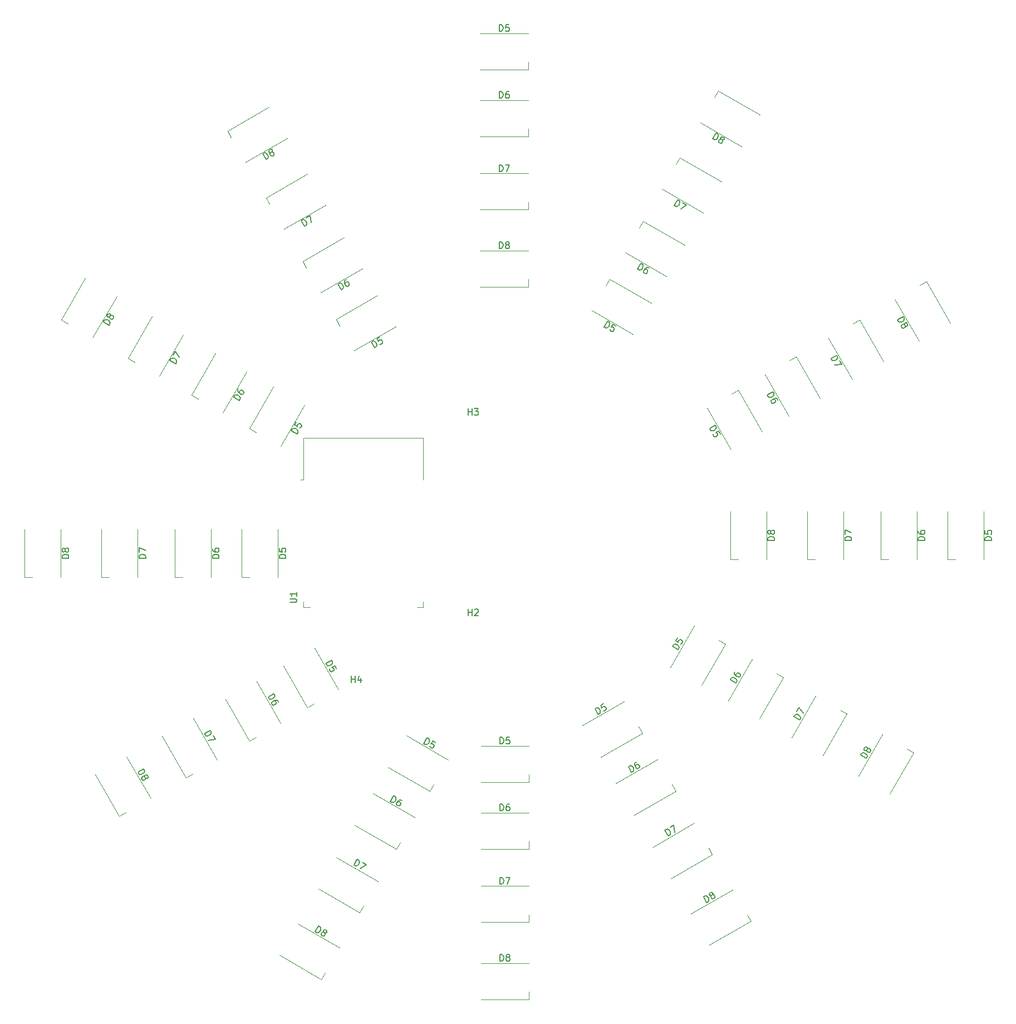
<source format=gbr>
%TF.GenerationSoftware,KiCad,Pcbnew,8.0.1*%
%TF.CreationDate,2024-04-03T22:21:12+02:00*%
%TF.ProjectId,LEDTischLampe,4c454454-6973-4636-984c-616d70652e6b,rev?*%
%TF.SameCoordinates,Original*%
%TF.FileFunction,Legend,Top*%
%TF.FilePolarity,Positive*%
%FSLAX46Y46*%
G04 Gerber Fmt 4.6, Leading zero omitted, Abs format (unit mm)*
G04 Created by KiCad (PCBNEW 8.0.1) date 2024-04-03 22:21:12*
%MOMM*%
%LPD*%
G01*
G04 APERTURE LIST*
G04 Aperture macros list*
%AMRotRect*
0 Rectangle, with rotation*
0 The origin of the aperture is its center*
0 $1 length*
0 $2 width*
0 $3 Rotation angle, in degrees counterclockwise*
0 Add horizontal line*
21,1,$1,$2,0,0,$3*%
G04 Aperture macros list end*
%ADD10C,0.150000*%
%ADD11C,0.120000*%
%ADD12RotRect,1.500000X1.000000X210.000000*%
%ADD13RotRect,1.500000X1.000000X120.000000*%
%ADD14R,1.000000X1.500000*%
%ADD15RotRect,1.500000X1.000000X330.000000*%
%ADD16RotRect,1.500000X1.000000X150.000000*%
%ADD17C,3.200000*%
%ADD18RotRect,1.500000X1.000000X240.000000*%
%ADD19RotRect,1.500000X1.000000X30.000000*%
%ADD20R,1.500000X1.000000*%
%ADD21RotRect,1.500000X1.000000X60.000000*%
%ADD22R,1.500000X0.900000*%
%ADD23R,0.900000X1.500000*%
%ADD24C,0.475000*%
%ADD25R,4.200000X4.200000*%
%ADD26RotRect,1.500000X1.000000X300.000000*%
G04 APERTURE END LIST*
D10*
X109839961Y-59108223D02*
X109339961Y-58242197D01*
X109339961Y-58242197D02*
X109546158Y-58123150D01*
X109546158Y-58123150D02*
X109693685Y-58092960D01*
X109693685Y-58092960D02*
X109823783Y-58127820D01*
X109823783Y-58127820D02*
X109912641Y-58186489D01*
X109912641Y-58186489D02*
X110049119Y-58327637D01*
X110049119Y-58327637D02*
X110120547Y-58451355D01*
X110120547Y-58451355D02*
X110174546Y-58640121D01*
X110174546Y-58640121D02*
X110180926Y-58746410D01*
X110180926Y-58746410D02*
X110146066Y-58876507D01*
X110146066Y-58876507D02*
X110046158Y-58989175D01*
X110046158Y-58989175D02*
X109839961Y-59108223D01*
X110577140Y-57527912D02*
X110412183Y-57623150D01*
X110412183Y-57623150D02*
X110353514Y-57712008D01*
X110353514Y-57712008D02*
X110336084Y-57777057D01*
X110336084Y-57777057D02*
X110325034Y-57948394D01*
X110325034Y-57948394D02*
X110379033Y-58137161D01*
X110379033Y-58137161D02*
X110569509Y-58467075D01*
X110569509Y-58467075D02*
X110658368Y-58525744D01*
X110658368Y-58525744D02*
X110723416Y-58543174D01*
X110723416Y-58543174D02*
X110829705Y-58536794D01*
X110829705Y-58536794D02*
X110994662Y-58441556D01*
X110994662Y-58441556D02*
X111053331Y-58352698D01*
X111053331Y-58352698D02*
X111070761Y-58287649D01*
X111070761Y-58287649D02*
X111064381Y-58181361D01*
X111064381Y-58181361D02*
X110945333Y-57975164D01*
X110945333Y-57975164D02*
X110856475Y-57916495D01*
X110856475Y-57916495D02*
X110791426Y-57899065D01*
X110791426Y-57899065D02*
X110685138Y-57905445D01*
X110685138Y-57905445D02*
X110520181Y-58000683D01*
X110520181Y-58000683D02*
X110461512Y-58089542D01*
X110461512Y-58089542D02*
X110444082Y-58154590D01*
X110444082Y-58154590D02*
X110450462Y-58260879D01*
X165862958Y-80196438D02*
X166728984Y-79696438D01*
X166728984Y-79696438D02*
X166848031Y-79902635D01*
X166848031Y-79902635D02*
X166878221Y-80050162D01*
X166878221Y-80050162D02*
X166843361Y-80180260D01*
X166843361Y-80180260D02*
X166784692Y-80269118D01*
X166784692Y-80269118D02*
X166643544Y-80405596D01*
X166643544Y-80405596D02*
X166519826Y-80477024D01*
X166519826Y-80477024D02*
X166331060Y-80531023D01*
X166331060Y-80531023D02*
X166224771Y-80537403D01*
X166224771Y-80537403D02*
X166094674Y-80502543D01*
X166094674Y-80502543D02*
X165982006Y-80402635D01*
X165982006Y-80402635D02*
X165862958Y-80196438D01*
X167467079Y-80974857D02*
X167228984Y-80562464D01*
X167228984Y-80562464D02*
X166792781Y-80759320D01*
X166792781Y-80759320D02*
X166857830Y-80776749D01*
X166857830Y-80776749D02*
X166946688Y-80835418D01*
X166946688Y-80835418D02*
X167065736Y-81041615D01*
X167065736Y-81041615D02*
X167072116Y-81147903D01*
X167072116Y-81147903D02*
X167054686Y-81212952D01*
X167054686Y-81212952D02*
X166996017Y-81301810D01*
X166996017Y-81301810D02*
X166789820Y-81420858D01*
X166789820Y-81420858D02*
X166683532Y-81427238D01*
X166683532Y-81427238D02*
X166618483Y-81409808D01*
X166618483Y-81409808D02*
X166529625Y-81351139D01*
X166529625Y-81351139D02*
X166410577Y-81144942D01*
X166410577Y-81144942D02*
X166404198Y-81038654D01*
X166404198Y-81038654D02*
X166421627Y-80973605D01*
X175734821Y-97168094D02*
X174734821Y-97168094D01*
X174734821Y-97168094D02*
X174734821Y-96929999D01*
X174734821Y-96929999D02*
X174782440Y-96787142D01*
X174782440Y-96787142D02*
X174877678Y-96691904D01*
X174877678Y-96691904D02*
X174972916Y-96644285D01*
X174972916Y-96644285D02*
X175163392Y-96596666D01*
X175163392Y-96596666D02*
X175306249Y-96596666D01*
X175306249Y-96596666D02*
X175496725Y-96644285D01*
X175496725Y-96644285D02*
X175591963Y-96691904D01*
X175591963Y-96691904D02*
X175687202Y-96787142D01*
X175687202Y-96787142D02*
X175734821Y-96929999D01*
X175734821Y-96929999D02*
X175734821Y-97168094D01*
X175163392Y-96025237D02*
X175115773Y-96120475D01*
X175115773Y-96120475D02*
X175068154Y-96168094D01*
X175068154Y-96168094D02*
X174972916Y-96215713D01*
X174972916Y-96215713D02*
X174925297Y-96215713D01*
X174925297Y-96215713D02*
X174830059Y-96168094D01*
X174830059Y-96168094D02*
X174782440Y-96120475D01*
X174782440Y-96120475D02*
X174734821Y-96025237D01*
X174734821Y-96025237D02*
X174734821Y-95834761D01*
X174734821Y-95834761D02*
X174782440Y-95739523D01*
X174782440Y-95739523D02*
X174830059Y-95691904D01*
X174830059Y-95691904D02*
X174925297Y-95644285D01*
X174925297Y-95644285D02*
X174972916Y-95644285D01*
X174972916Y-95644285D02*
X175068154Y-95691904D01*
X175068154Y-95691904D02*
X175115773Y-95739523D01*
X175115773Y-95739523D02*
X175163392Y-95834761D01*
X175163392Y-95834761D02*
X175163392Y-96025237D01*
X175163392Y-96025237D02*
X175211011Y-96120475D01*
X175211011Y-96120475D02*
X175258630Y-96168094D01*
X175258630Y-96168094D02*
X175353868Y-96215713D01*
X175353868Y-96215713D02*
X175544344Y-96215713D01*
X175544344Y-96215713D02*
X175639582Y-96168094D01*
X175639582Y-96168094D02*
X175687202Y-96120475D01*
X175687202Y-96120475D02*
X175734821Y-96025237D01*
X175734821Y-96025237D02*
X175734821Y-95834761D01*
X175734821Y-95834761D02*
X175687202Y-95739523D01*
X175687202Y-95739523D02*
X175639582Y-95691904D01*
X175639582Y-95691904D02*
X175544344Y-95644285D01*
X175544344Y-95644285D02*
X175353868Y-95644285D01*
X175353868Y-95644285D02*
X175258630Y-95691904D01*
X175258630Y-95691904D02*
X175211011Y-95739523D01*
X175211011Y-95739523D02*
X175163392Y-95834761D01*
X117341619Y-136854389D02*
X117841619Y-135988364D01*
X117841619Y-135988364D02*
X118047816Y-136107411D01*
X118047816Y-136107411D02*
X118147724Y-136220079D01*
X118147724Y-136220079D02*
X118182584Y-136350177D01*
X118182584Y-136350177D02*
X118176204Y-136456465D01*
X118176204Y-136456465D02*
X118122205Y-136645232D01*
X118122205Y-136645232D02*
X118050777Y-136768950D01*
X118050777Y-136768950D02*
X117914299Y-136910097D01*
X117914299Y-136910097D02*
X117825441Y-136968766D01*
X117825441Y-136968766D02*
X117695343Y-137003626D01*
X117695343Y-137003626D02*
X117547816Y-136973437D01*
X117547816Y-136973437D02*
X117341619Y-136854389D01*
X119078798Y-136702649D02*
X118913841Y-136607411D01*
X118913841Y-136607411D02*
X118807553Y-136601031D01*
X118807553Y-136601031D02*
X118742504Y-136618461D01*
X118742504Y-136618461D02*
X118588597Y-136694560D01*
X118588597Y-136694560D02*
X118452120Y-136835708D01*
X118452120Y-136835708D02*
X118261643Y-137165622D01*
X118261643Y-137165622D02*
X118255264Y-137271910D01*
X118255264Y-137271910D02*
X118272693Y-137336959D01*
X118272693Y-137336959D02*
X118331362Y-137425818D01*
X118331362Y-137425818D02*
X118496320Y-137521056D01*
X118496320Y-137521056D02*
X118602608Y-137527435D01*
X118602608Y-137527435D02*
X118667657Y-137510006D01*
X118667657Y-137510006D02*
X118756515Y-137451337D01*
X118756515Y-137451337D02*
X118875563Y-137245140D01*
X118875563Y-137245140D02*
X118881942Y-137138852D01*
X118881942Y-137138852D02*
X118864513Y-137073803D01*
X118864513Y-137073803D02*
X118805844Y-136984945D01*
X118805844Y-136984945D02*
X118640886Y-136889707D01*
X118640886Y-136889707D02*
X118534598Y-136883327D01*
X118534598Y-136883327D02*
X118469549Y-136900757D01*
X118469549Y-136900757D02*
X118380691Y-136959426D01*
X101414820Y-99888094D02*
X100414820Y-99888094D01*
X100414820Y-99888094D02*
X100414820Y-99649999D01*
X100414820Y-99649999D02*
X100462439Y-99507142D01*
X100462439Y-99507142D02*
X100557677Y-99411904D01*
X100557677Y-99411904D02*
X100652915Y-99364285D01*
X100652915Y-99364285D02*
X100843391Y-99316666D01*
X100843391Y-99316666D02*
X100986248Y-99316666D01*
X100986248Y-99316666D02*
X101176724Y-99364285D01*
X101176724Y-99364285D02*
X101271962Y-99411904D01*
X101271962Y-99411904D02*
X101367201Y-99507142D01*
X101367201Y-99507142D02*
X101414820Y-99649999D01*
X101414820Y-99649999D02*
X101414820Y-99888094D01*
X100414820Y-98411904D02*
X100414820Y-98888094D01*
X100414820Y-98888094D02*
X100891010Y-98935713D01*
X100891010Y-98935713D02*
X100843391Y-98888094D01*
X100843391Y-98888094D02*
X100795772Y-98792856D01*
X100795772Y-98792856D02*
X100795772Y-98554761D01*
X100795772Y-98554761D02*
X100843391Y-98459523D01*
X100843391Y-98459523D02*
X100891010Y-98411904D01*
X100891010Y-98411904D02*
X100986248Y-98364285D01*
X100986248Y-98364285D02*
X101224343Y-98364285D01*
X101224343Y-98364285D02*
X101319581Y-98411904D01*
X101319581Y-98411904D02*
X101367201Y-98459523D01*
X101367201Y-98459523D02*
X101414820Y-98554761D01*
X101414820Y-98554761D02*
X101414820Y-98792856D01*
X101414820Y-98792856D02*
X101367201Y-98888094D01*
X101367201Y-98888094D02*
X101319581Y-98935713D01*
X111761619Y-146519231D02*
X112261619Y-145653206D01*
X112261619Y-145653206D02*
X112467816Y-145772253D01*
X112467816Y-145772253D02*
X112567724Y-145884921D01*
X112567724Y-145884921D02*
X112602584Y-146015019D01*
X112602584Y-146015019D02*
X112596204Y-146121307D01*
X112596204Y-146121307D02*
X112542205Y-146310074D01*
X112542205Y-146310074D02*
X112470777Y-146433792D01*
X112470777Y-146433792D02*
X112334299Y-146574939D01*
X112334299Y-146574939D02*
X112245441Y-146633608D01*
X112245441Y-146633608D02*
X112115343Y-146668468D01*
X112115343Y-146668468D02*
X111967816Y-146638279D01*
X111967816Y-146638279D02*
X111761619Y-146519231D01*
X113045166Y-146105587D02*
X113622516Y-146438920D01*
X113622516Y-146438920D02*
X112751362Y-147090660D01*
X166345143Y-36146567D02*
X166845143Y-35280542D01*
X166845143Y-35280542D02*
X167051340Y-35399589D01*
X167051340Y-35399589D02*
X167151248Y-35512257D01*
X167151248Y-35512257D02*
X167186108Y-35642355D01*
X167186108Y-35642355D02*
X167179728Y-35748643D01*
X167179728Y-35748643D02*
X167125729Y-35937410D01*
X167125729Y-35937410D02*
X167054301Y-36061128D01*
X167054301Y-36061128D02*
X166917823Y-36202275D01*
X166917823Y-36202275D02*
X166828965Y-36260944D01*
X166828965Y-36260944D02*
X166698867Y-36295804D01*
X166698867Y-36295804D02*
X166551340Y-36265615D01*
X166551340Y-36265615D02*
X166345143Y-36146567D01*
X167620601Y-36223124D02*
X167561932Y-36134266D01*
X167561932Y-36134266D02*
X167544502Y-36069217D01*
X167544502Y-36069217D02*
X167550882Y-35962929D01*
X167550882Y-35962929D02*
X167574691Y-35921689D01*
X167574691Y-35921689D02*
X167663550Y-35863020D01*
X167663550Y-35863020D02*
X167728598Y-35845590D01*
X167728598Y-35845590D02*
X167834886Y-35851970D01*
X167834886Y-35851970D02*
X167999844Y-35947208D01*
X167999844Y-35947208D02*
X168058513Y-36036067D01*
X168058513Y-36036067D02*
X168075943Y-36101115D01*
X168075943Y-36101115D02*
X168069563Y-36207404D01*
X168069563Y-36207404D02*
X168045753Y-36248643D01*
X168045753Y-36248643D02*
X167956895Y-36307312D01*
X167956895Y-36307312D02*
X167891846Y-36324742D01*
X167891846Y-36324742D02*
X167785558Y-36318362D01*
X167785558Y-36318362D02*
X167620601Y-36223124D01*
X167620601Y-36223124D02*
X167514313Y-36216744D01*
X167514313Y-36216744D02*
X167449264Y-36234174D01*
X167449264Y-36234174D02*
X167360405Y-36292843D01*
X167360405Y-36292843D02*
X167265167Y-36457800D01*
X167265167Y-36457800D02*
X167258788Y-36564088D01*
X167258788Y-36564088D02*
X167276217Y-36629137D01*
X167276217Y-36629137D02*
X167334886Y-36717996D01*
X167334886Y-36717996D02*
X167499844Y-36813234D01*
X167499844Y-36813234D02*
X167606132Y-36819613D01*
X167606132Y-36819613D02*
X167671181Y-36802184D01*
X167671181Y-36802184D02*
X167760039Y-36743515D01*
X167760039Y-36743515D02*
X167855277Y-36578557D01*
X167855277Y-36578557D02*
X167861657Y-36472269D01*
X167861657Y-36472269D02*
X167844227Y-36407220D01*
X167844227Y-36407220D02*
X167785558Y-36318362D01*
X208754820Y-97168093D02*
X207754820Y-97168093D01*
X207754820Y-97168093D02*
X207754820Y-96929998D01*
X207754820Y-96929998D02*
X207802439Y-96787141D01*
X207802439Y-96787141D02*
X207897677Y-96691903D01*
X207897677Y-96691903D02*
X207992915Y-96644284D01*
X207992915Y-96644284D02*
X208183391Y-96596665D01*
X208183391Y-96596665D02*
X208326248Y-96596665D01*
X208326248Y-96596665D02*
X208516724Y-96644284D01*
X208516724Y-96644284D02*
X208611962Y-96691903D01*
X208611962Y-96691903D02*
X208707201Y-96787141D01*
X208707201Y-96787141D02*
X208754820Y-96929998D01*
X208754820Y-96929998D02*
X208754820Y-97168093D01*
X207754820Y-95691903D02*
X207754820Y-96168093D01*
X207754820Y-96168093D02*
X208231010Y-96215712D01*
X208231010Y-96215712D02*
X208183391Y-96168093D01*
X208183391Y-96168093D02*
X208135772Y-96072855D01*
X208135772Y-96072855D02*
X208135772Y-95834760D01*
X208135772Y-95834760D02*
X208183391Y-95739522D01*
X208183391Y-95739522D02*
X208231010Y-95691903D01*
X208231010Y-95691903D02*
X208326248Y-95644284D01*
X208326248Y-95644284D02*
X208564343Y-95644284D01*
X208564343Y-95644284D02*
X208659581Y-95691903D01*
X208659581Y-95691903D02*
X208707201Y-95739522D01*
X208707201Y-95739522D02*
X208754820Y-95834760D01*
X208754820Y-95834760D02*
X208754820Y-96072855D01*
X208754820Y-96072855D02*
X208707201Y-96168093D01*
X208707201Y-96168093D02*
X208659581Y-96215712D01*
X129138095Y-108627319D02*
X129138095Y-107627319D01*
X129138095Y-108103509D02*
X129709523Y-108103509D01*
X129709523Y-108627319D02*
X129709523Y-107627319D01*
X130138095Y-107722557D02*
X130185714Y-107674938D01*
X130185714Y-107674938D02*
X130280952Y-107627319D01*
X130280952Y-107627319D02*
X130519047Y-107627319D01*
X130519047Y-107627319D02*
X130614285Y-107674938D01*
X130614285Y-107674938D02*
X130661904Y-107722557D01*
X130661904Y-107722557D02*
X130709523Y-107817795D01*
X130709523Y-107817795D02*
X130709523Y-107913033D01*
X130709523Y-107913033D02*
X130661904Y-108055890D01*
X130661904Y-108055890D02*
X130090476Y-108627319D01*
X130090476Y-108627319D02*
X130709523Y-108627319D01*
X111358095Y-118787319D02*
X111358095Y-117787319D01*
X111358095Y-118263509D02*
X111929523Y-118263509D01*
X111929523Y-118787319D02*
X111929523Y-117787319D01*
X112834285Y-118120652D02*
X112834285Y-118787319D01*
X112596190Y-117739700D02*
X112358095Y-118453985D01*
X112358095Y-118453985D02*
X112977142Y-118453985D01*
X84670443Y-70314856D02*
X83804418Y-69814856D01*
X83804418Y-69814856D02*
X83923465Y-69608659D01*
X83923465Y-69608659D02*
X84036133Y-69508751D01*
X84036133Y-69508751D02*
X84166231Y-69473891D01*
X84166231Y-69473891D02*
X84272519Y-69480271D01*
X84272519Y-69480271D02*
X84461286Y-69534270D01*
X84461286Y-69534270D02*
X84585004Y-69605698D01*
X84585004Y-69605698D02*
X84726151Y-69742176D01*
X84726151Y-69742176D02*
X84784820Y-69831034D01*
X84784820Y-69831034D02*
X84819680Y-69961132D01*
X84819680Y-69961132D02*
X84789491Y-70108659D01*
X84789491Y-70108659D02*
X84670443Y-70314856D01*
X84256799Y-69031309D02*
X84590132Y-68453959D01*
X84590132Y-68453959D02*
X85241872Y-69325113D01*
X148916437Y-123623665D02*
X148416437Y-122757639D01*
X148416437Y-122757639D02*
X148622634Y-122638592D01*
X148622634Y-122638592D02*
X148770161Y-122608402D01*
X148770161Y-122608402D02*
X148900259Y-122643262D01*
X148900259Y-122643262D02*
X148989117Y-122701931D01*
X148989117Y-122701931D02*
X149125595Y-122843079D01*
X149125595Y-122843079D02*
X149197023Y-122966797D01*
X149197023Y-122966797D02*
X149251022Y-123155563D01*
X149251022Y-123155563D02*
X149257402Y-123261852D01*
X149257402Y-123261852D02*
X149222542Y-123391949D01*
X149222542Y-123391949D02*
X149122634Y-123504617D01*
X149122634Y-123504617D02*
X148916437Y-123623665D01*
X149694856Y-122019544D02*
X149282463Y-122257639D01*
X149282463Y-122257639D02*
X149479319Y-122693842D01*
X149479319Y-122693842D02*
X149496748Y-122628793D01*
X149496748Y-122628793D02*
X149555417Y-122539935D01*
X149555417Y-122539935D02*
X149761614Y-122420887D01*
X149761614Y-122420887D02*
X149867902Y-122414507D01*
X149867902Y-122414507D02*
X149932951Y-122431937D01*
X149932951Y-122431937D02*
X150021809Y-122490606D01*
X150021809Y-122490606D02*
X150140857Y-122696803D01*
X150140857Y-122696803D02*
X150147237Y-122803091D01*
X150147237Y-122803091D02*
X150129807Y-122868140D01*
X150129807Y-122868140D02*
X150071138Y-122956998D01*
X150071138Y-122956998D02*
X149864941Y-123076046D01*
X149864941Y-123076046D02*
X149758653Y-123082425D01*
X149758653Y-123082425D02*
X149693604Y-123064996D01*
X133881905Y-29974819D02*
X133881905Y-28974819D01*
X133881905Y-28974819D02*
X134120000Y-28974819D01*
X134120000Y-28974819D02*
X134262857Y-29022438D01*
X134262857Y-29022438D02*
X134358095Y-29117676D01*
X134358095Y-29117676D02*
X134405714Y-29212914D01*
X134405714Y-29212914D02*
X134453333Y-29403390D01*
X134453333Y-29403390D02*
X134453333Y-29546247D01*
X134453333Y-29546247D02*
X134405714Y-29736723D01*
X134405714Y-29736723D02*
X134358095Y-29831961D01*
X134358095Y-29831961D02*
X134262857Y-29927200D01*
X134262857Y-29927200D02*
X134120000Y-29974819D01*
X134120000Y-29974819D02*
X133881905Y-29974819D01*
X135310476Y-28974819D02*
X135120000Y-28974819D01*
X135120000Y-28974819D02*
X135024762Y-29022438D01*
X135024762Y-29022438D02*
X134977143Y-29070057D01*
X134977143Y-29070057D02*
X134881905Y-29212914D01*
X134881905Y-29212914D02*
X134834286Y-29403390D01*
X134834286Y-29403390D02*
X134834286Y-29784342D01*
X134834286Y-29784342D02*
X134881905Y-29879580D01*
X134881905Y-29879580D02*
X134929524Y-29927200D01*
X134929524Y-29927200D02*
X135024762Y-29974819D01*
X135024762Y-29974819D02*
X135215238Y-29974819D01*
X135215238Y-29974819D02*
X135310476Y-29927200D01*
X135310476Y-29927200D02*
X135358095Y-29879580D01*
X135358095Y-29879580D02*
X135405714Y-29784342D01*
X135405714Y-29784342D02*
X135405714Y-29546247D01*
X135405714Y-29546247D02*
X135358095Y-29451009D01*
X135358095Y-29451009D02*
X135310476Y-29403390D01*
X135310476Y-29403390D02*
X135215238Y-29355771D01*
X135215238Y-29355771D02*
X135024762Y-29355771D01*
X135024762Y-29355771D02*
X134929524Y-29403390D01*
X134929524Y-29403390D02*
X134881905Y-29451009D01*
X134881905Y-29451009D02*
X134834286Y-29546247D01*
X133971905Y-149414818D02*
X133971905Y-148414818D01*
X133971905Y-148414818D02*
X134210000Y-148414818D01*
X134210000Y-148414818D02*
X134352857Y-148462437D01*
X134352857Y-148462437D02*
X134448095Y-148557675D01*
X134448095Y-148557675D02*
X134495714Y-148652913D01*
X134495714Y-148652913D02*
X134543333Y-148843389D01*
X134543333Y-148843389D02*
X134543333Y-148986246D01*
X134543333Y-148986246D02*
X134495714Y-149176722D01*
X134495714Y-149176722D02*
X134448095Y-149271960D01*
X134448095Y-149271960D02*
X134352857Y-149367199D01*
X134352857Y-149367199D02*
X134210000Y-149414818D01*
X134210000Y-149414818D02*
X133971905Y-149414818D01*
X134876667Y-148414818D02*
X135543333Y-148414818D01*
X135543333Y-148414818D02*
X135114762Y-149414818D01*
X98409962Y-39310884D02*
X97909962Y-38444858D01*
X97909962Y-38444858D02*
X98116159Y-38325811D01*
X98116159Y-38325811D02*
X98263686Y-38295621D01*
X98263686Y-38295621D02*
X98393784Y-38330481D01*
X98393784Y-38330481D02*
X98482642Y-38389150D01*
X98482642Y-38389150D02*
X98619120Y-38530298D01*
X98619120Y-38530298D02*
X98690548Y-38654016D01*
X98690548Y-38654016D02*
X98744547Y-38842782D01*
X98744547Y-38842782D02*
X98750927Y-38949071D01*
X98750927Y-38949071D02*
X98716067Y-39079168D01*
X98716067Y-39079168D02*
X98616159Y-39191836D01*
X98616159Y-39191836D02*
X98409962Y-39310884D01*
X99113991Y-38244583D02*
X99007703Y-38250963D01*
X99007703Y-38250963D02*
X98942654Y-38233533D01*
X98942654Y-38233533D02*
X98853796Y-38174864D01*
X98853796Y-38174864D02*
X98829986Y-38133625D01*
X98829986Y-38133625D02*
X98823607Y-38027337D01*
X98823607Y-38027337D02*
X98841036Y-37962288D01*
X98841036Y-37962288D02*
X98899706Y-37873430D01*
X98899706Y-37873430D02*
X99064663Y-37778192D01*
X99064663Y-37778192D02*
X99170951Y-37771812D01*
X99170951Y-37771812D02*
X99236000Y-37789242D01*
X99236000Y-37789242D02*
X99324858Y-37847911D01*
X99324858Y-37847911D02*
X99348668Y-37889150D01*
X99348668Y-37889150D02*
X99355047Y-37995438D01*
X99355047Y-37995438D02*
X99337618Y-38060487D01*
X99337618Y-38060487D02*
X99278948Y-38149345D01*
X99278948Y-38149345D02*
X99113991Y-38244583D01*
X99113991Y-38244583D02*
X99055322Y-38333442D01*
X99055322Y-38333442D02*
X99037892Y-38398491D01*
X99037892Y-38398491D02*
X99044272Y-38504779D01*
X99044272Y-38504779D02*
X99139510Y-38669736D01*
X99139510Y-38669736D02*
X99228369Y-38728405D01*
X99228369Y-38728405D02*
X99293417Y-38745835D01*
X99293417Y-38745835D02*
X99399706Y-38739455D01*
X99399706Y-38739455D02*
X99564663Y-38644217D01*
X99564663Y-38644217D02*
X99623332Y-38555359D01*
X99623332Y-38555359D02*
X99640762Y-38490310D01*
X99640762Y-38490310D02*
X99634382Y-38384022D01*
X99634382Y-38384022D02*
X99539144Y-38219065D01*
X99539144Y-38219065D02*
X99450285Y-38160395D01*
X99450285Y-38160395D02*
X99385237Y-38142966D01*
X99385237Y-38142966D02*
X99278948Y-38149345D01*
X91254819Y-99888094D02*
X90254819Y-99888094D01*
X90254819Y-99888094D02*
X90254819Y-99649999D01*
X90254819Y-99649999D02*
X90302438Y-99507142D01*
X90302438Y-99507142D02*
X90397676Y-99411904D01*
X90397676Y-99411904D02*
X90492914Y-99364285D01*
X90492914Y-99364285D02*
X90683390Y-99316666D01*
X90683390Y-99316666D02*
X90826247Y-99316666D01*
X90826247Y-99316666D02*
X91016723Y-99364285D01*
X91016723Y-99364285D02*
X91111961Y-99411904D01*
X91111961Y-99411904D02*
X91207200Y-99507142D01*
X91207200Y-99507142D02*
X91254819Y-99649999D01*
X91254819Y-99649999D02*
X91254819Y-99888094D01*
X90254819Y-98459523D02*
X90254819Y-98649999D01*
X90254819Y-98649999D02*
X90302438Y-98745237D01*
X90302438Y-98745237D02*
X90350057Y-98792856D01*
X90350057Y-98792856D02*
X90492914Y-98888094D01*
X90492914Y-98888094D02*
X90683390Y-98935713D01*
X90683390Y-98935713D02*
X91064342Y-98935713D01*
X91064342Y-98935713D02*
X91159580Y-98888094D01*
X91159580Y-98888094D02*
X91207200Y-98840475D01*
X91207200Y-98840475D02*
X91254819Y-98745237D01*
X91254819Y-98745237D02*
X91254819Y-98554761D01*
X91254819Y-98554761D02*
X91207200Y-98459523D01*
X91207200Y-98459523D02*
X91159580Y-98411904D01*
X91159580Y-98411904D02*
X91064342Y-98364285D01*
X91064342Y-98364285D02*
X90826247Y-98364285D01*
X90826247Y-98364285D02*
X90731009Y-98411904D01*
X90731009Y-98411904D02*
X90683390Y-98459523D01*
X90683390Y-98459523D02*
X90635771Y-98554761D01*
X90635771Y-98554761D02*
X90635771Y-98745237D01*
X90635771Y-98745237D02*
X90683390Y-98840475D01*
X90683390Y-98840475D02*
X90731009Y-98888094D01*
X90731009Y-98888094D02*
X90826247Y-98935713D01*
X184326619Y-69536438D02*
X185192645Y-69036438D01*
X185192645Y-69036438D02*
X185311692Y-69242635D01*
X185311692Y-69242635D02*
X185341882Y-69390162D01*
X185341882Y-69390162D02*
X185307022Y-69520260D01*
X185307022Y-69520260D02*
X185248353Y-69609118D01*
X185248353Y-69609118D02*
X185107205Y-69745596D01*
X185107205Y-69745596D02*
X184983487Y-69817024D01*
X184983487Y-69817024D02*
X184794721Y-69871023D01*
X184794721Y-69871023D02*
X184688432Y-69877403D01*
X184688432Y-69877403D02*
X184558335Y-69842543D01*
X184558335Y-69842543D02*
X184445667Y-69742635D01*
X184445667Y-69742635D02*
X184326619Y-69536438D01*
X185645026Y-69819985D02*
X185978359Y-70397335D01*
X185978359Y-70397335D02*
X184898048Y-70526182D01*
X103134104Y-80974856D02*
X102268079Y-80474856D01*
X102268079Y-80474856D02*
X102387126Y-80268659D01*
X102387126Y-80268659D02*
X102499794Y-80168751D01*
X102499794Y-80168751D02*
X102629892Y-80133891D01*
X102629892Y-80133891D02*
X102736180Y-80140271D01*
X102736180Y-80140271D02*
X102924947Y-80194270D01*
X102924947Y-80194270D02*
X103048665Y-80265698D01*
X103048665Y-80265698D02*
X103189812Y-80402176D01*
X103189812Y-80402176D02*
X103248481Y-80491034D01*
X103248481Y-80491034D02*
X103283341Y-80621132D01*
X103283341Y-80621132D02*
X103253152Y-80768659D01*
X103253152Y-80768659D02*
X103134104Y-80974856D01*
X103006174Y-79196437D02*
X102768079Y-79608830D01*
X102768079Y-79608830D02*
X103156662Y-79888165D01*
X103156662Y-79888165D02*
X103139232Y-79823116D01*
X103139232Y-79823116D02*
X103145612Y-79716828D01*
X103145612Y-79716828D02*
X103264660Y-79510631D01*
X103264660Y-79510631D02*
X103353518Y-79451962D01*
X103353518Y-79451962D02*
X103418567Y-79434533D01*
X103418567Y-79434533D02*
X103524855Y-79440912D01*
X103524855Y-79440912D02*
X103731052Y-79559960D01*
X103731052Y-79559960D02*
X103789721Y-79648818D01*
X103789721Y-79648818D02*
X103807150Y-79713867D01*
X103807150Y-79713867D02*
X103800771Y-79820155D01*
X103800771Y-79820155D02*
X103681723Y-80026352D01*
X103681723Y-80026352D02*
X103592865Y-80085021D01*
X103592865Y-80085021D02*
X103527816Y-80102451D01*
X114919962Y-67907042D02*
X114419962Y-67041016D01*
X114419962Y-67041016D02*
X114626159Y-66921969D01*
X114626159Y-66921969D02*
X114773686Y-66891779D01*
X114773686Y-66891779D02*
X114903784Y-66926639D01*
X114903784Y-66926639D02*
X114992642Y-66985308D01*
X114992642Y-66985308D02*
X115129120Y-67126456D01*
X115129120Y-67126456D02*
X115200548Y-67250174D01*
X115200548Y-67250174D02*
X115254547Y-67438940D01*
X115254547Y-67438940D02*
X115260927Y-67545229D01*
X115260927Y-67545229D02*
X115226067Y-67675326D01*
X115226067Y-67675326D02*
X115126159Y-67787994D01*
X115126159Y-67787994D02*
X114919962Y-67907042D01*
X115698381Y-66302921D02*
X115285988Y-66541016D01*
X115285988Y-66541016D02*
X115482844Y-66977219D01*
X115482844Y-66977219D02*
X115500273Y-66912170D01*
X115500273Y-66912170D02*
X115558942Y-66823312D01*
X115558942Y-66823312D02*
X115765139Y-66704264D01*
X115765139Y-66704264D02*
X115871427Y-66697884D01*
X115871427Y-66697884D02*
X115936476Y-66715314D01*
X115936476Y-66715314D02*
X116025334Y-66773983D01*
X116025334Y-66773983D02*
X116144382Y-66980180D01*
X116144382Y-66980180D02*
X116150762Y-67086468D01*
X116150762Y-67086468D02*
X116133332Y-67151517D01*
X116133332Y-67151517D02*
X116074663Y-67240375D01*
X116074663Y-67240375D02*
X115868466Y-67359423D01*
X115868466Y-67359423D02*
X115762178Y-67365802D01*
X115762178Y-67365802D02*
X115697129Y-67348373D01*
X189671728Y-130308379D02*
X188805703Y-129808379D01*
X188805703Y-129808379D02*
X188924750Y-129602182D01*
X188924750Y-129602182D02*
X189037418Y-129502274D01*
X189037418Y-129502274D02*
X189167516Y-129467414D01*
X189167516Y-129467414D02*
X189273804Y-129473794D01*
X189273804Y-129473794D02*
X189462571Y-129527793D01*
X189462571Y-129527793D02*
X189586289Y-129599221D01*
X189586289Y-129599221D02*
X189727436Y-129735699D01*
X189727436Y-129735699D02*
X189786105Y-129824557D01*
X189786105Y-129824557D02*
X189820965Y-129954655D01*
X189820965Y-129954655D02*
X189790776Y-130102182D01*
X189790776Y-130102182D02*
X189671728Y-130308379D01*
X189748285Y-129032921D02*
X189659427Y-129091590D01*
X189659427Y-129091590D02*
X189594378Y-129109020D01*
X189594378Y-129109020D02*
X189488090Y-129102640D01*
X189488090Y-129102640D02*
X189446850Y-129078831D01*
X189446850Y-129078831D02*
X189388181Y-128989972D01*
X189388181Y-128989972D02*
X189370751Y-128924924D01*
X189370751Y-128924924D02*
X189377131Y-128818636D01*
X189377131Y-128818636D02*
X189472369Y-128653678D01*
X189472369Y-128653678D02*
X189561228Y-128595009D01*
X189561228Y-128595009D02*
X189626276Y-128577579D01*
X189626276Y-128577579D02*
X189732565Y-128583959D01*
X189732565Y-128583959D02*
X189773804Y-128607769D01*
X189773804Y-128607769D02*
X189832473Y-128696627D01*
X189832473Y-128696627D02*
X189849903Y-128761676D01*
X189849903Y-128761676D02*
X189843523Y-128867964D01*
X189843523Y-128867964D02*
X189748285Y-129032921D01*
X189748285Y-129032921D02*
X189741905Y-129139209D01*
X189741905Y-129139209D02*
X189759335Y-129204258D01*
X189759335Y-129204258D02*
X189818004Y-129293117D01*
X189818004Y-129293117D02*
X189982961Y-129388355D01*
X189982961Y-129388355D02*
X190089249Y-129394734D01*
X190089249Y-129394734D02*
X190154298Y-129377305D01*
X190154298Y-129377305D02*
X190243157Y-129318636D01*
X190243157Y-129318636D02*
X190338395Y-129153678D01*
X190338395Y-129153678D02*
X190344774Y-129047390D01*
X190344774Y-129047390D02*
X190327345Y-128982341D01*
X190327345Y-128982341D02*
X190268676Y-128893483D01*
X190268676Y-128893483D02*
X190103718Y-128798245D01*
X190103718Y-128798245D02*
X189997430Y-128791865D01*
X189997430Y-128791865D02*
X189932381Y-128809295D01*
X189932381Y-128809295D02*
X189843523Y-128867964D01*
X94335285Y-75894856D02*
X93469260Y-75394856D01*
X93469260Y-75394856D02*
X93588307Y-75188659D01*
X93588307Y-75188659D02*
X93700975Y-75088751D01*
X93700975Y-75088751D02*
X93831073Y-75053891D01*
X93831073Y-75053891D02*
X93937361Y-75060271D01*
X93937361Y-75060271D02*
X94126128Y-75114270D01*
X94126128Y-75114270D02*
X94249846Y-75185698D01*
X94249846Y-75185698D02*
X94390993Y-75322176D01*
X94390993Y-75322176D02*
X94449662Y-75411034D01*
X94449662Y-75411034D02*
X94484522Y-75541132D01*
X94484522Y-75541132D02*
X94454333Y-75688659D01*
X94454333Y-75688659D02*
X94335285Y-75894856D01*
X94183545Y-74157677D02*
X94088307Y-74322634D01*
X94088307Y-74322634D02*
X94081927Y-74428922D01*
X94081927Y-74428922D02*
X94099357Y-74493971D01*
X94099357Y-74493971D02*
X94175456Y-74647878D01*
X94175456Y-74647878D02*
X94316604Y-74784355D01*
X94316604Y-74784355D02*
X94646518Y-74974832D01*
X94646518Y-74974832D02*
X94752806Y-74981211D01*
X94752806Y-74981211D02*
X94817855Y-74963782D01*
X94817855Y-74963782D02*
X94906714Y-74905113D01*
X94906714Y-74905113D02*
X95001952Y-74740155D01*
X95001952Y-74740155D02*
X95008331Y-74633867D01*
X95008331Y-74633867D02*
X94990902Y-74568818D01*
X94990902Y-74568818D02*
X94932233Y-74479960D01*
X94932233Y-74479960D02*
X94726036Y-74360912D01*
X94726036Y-74360912D02*
X94619748Y-74354533D01*
X94619748Y-74354533D02*
X94554699Y-74371962D01*
X94554699Y-74371962D02*
X94465841Y-74430631D01*
X94465841Y-74430631D02*
X94370603Y-74595589D01*
X94370603Y-74595589D02*
X94364223Y-74701877D01*
X94364223Y-74701877D02*
X94381653Y-74766926D01*
X94381653Y-74766926D02*
X94440322Y-74855784D01*
X74537946Y-64464857D02*
X73671921Y-63964857D01*
X73671921Y-63964857D02*
X73790968Y-63758660D01*
X73790968Y-63758660D02*
X73903636Y-63658752D01*
X73903636Y-63658752D02*
X74033734Y-63623892D01*
X74033734Y-63623892D02*
X74140022Y-63630272D01*
X74140022Y-63630272D02*
X74328789Y-63684271D01*
X74328789Y-63684271D02*
X74452507Y-63755699D01*
X74452507Y-63755699D02*
X74593654Y-63892177D01*
X74593654Y-63892177D02*
X74652323Y-63981035D01*
X74652323Y-63981035D02*
X74687183Y-64111133D01*
X74687183Y-64111133D02*
X74656994Y-64258660D01*
X74656994Y-64258660D02*
X74537946Y-64464857D01*
X74614503Y-63189399D02*
X74525645Y-63248068D01*
X74525645Y-63248068D02*
X74460596Y-63265498D01*
X74460596Y-63265498D02*
X74354308Y-63259118D01*
X74354308Y-63259118D02*
X74313068Y-63235309D01*
X74313068Y-63235309D02*
X74254399Y-63146450D01*
X74254399Y-63146450D02*
X74236969Y-63081402D01*
X74236969Y-63081402D02*
X74243349Y-62975114D01*
X74243349Y-62975114D02*
X74338587Y-62810156D01*
X74338587Y-62810156D02*
X74427446Y-62751487D01*
X74427446Y-62751487D02*
X74492494Y-62734057D01*
X74492494Y-62734057D02*
X74598783Y-62740437D01*
X74598783Y-62740437D02*
X74640022Y-62764247D01*
X74640022Y-62764247D02*
X74698691Y-62853105D01*
X74698691Y-62853105D02*
X74716121Y-62918154D01*
X74716121Y-62918154D02*
X74709741Y-63024442D01*
X74709741Y-63024442D02*
X74614503Y-63189399D01*
X74614503Y-63189399D02*
X74608123Y-63295687D01*
X74608123Y-63295687D02*
X74625553Y-63360736D01*
X74625553Y-63360736D02*
X74684222Y-63449595D01*
X74684222Y-63449595D02*
X74849179Y-63544833D01*
X74849179Y-63544833D02*
X74955467Y-63551212D01*
X74955467Y-63551212D02*
X75020516Y-63533783D01*
X75020516Y-63533783D02*
X75109375Y-63475114D01*
X75109375Y-63475114D02*
X75204613Y-63310156D01*
X75204613Y-63310156D02*
X75210992Y-63203868D01*
X75210992Y-63203868D02*
X75193563Y-63138819D01*
X75193563Y-63138819D02*
X75134894Y-63049961D01*
X75134894Y-63049961D02*
X74969936Y-62954723D01*
X74969936Y-62954723D02*
X74863648Y-62948343D01*
X74863648Y-62948343D02*
X74798599Y-62965773D01*
X74798599Y-62965773D02*
X74709741Y-63024442D01*
X102047319Y-106621904D02*
X102856842Y-106621904D01*
X102856842Y-106621904D02*
X102952080Y-106574285D01*
X102952080Y-106574285D02*
X102999700Y-106526666D01*
X102999700Y-106526666D02*
X103047319Y-106431428D01*
X103047319Y-106431428D02*
X103047319Y-106240952D01*
X103047319Y-106240952D02*
X102999700Y-106145714D01*
X102999700Y-106145714D02*
X102952080Y-106098095D01*
X102952080Y-106098095D02*
X102856842Y-106050476D01*
X102856842Y-106050476D02*
X102047319Y-106050476D01*
X103047319Y-105050476D02*
X103047319Y-105621904D01*
X103047319Y-105336190D02*
X102047319Y-105336190D01*
X102047319Y-105336190D02*
X102190176Y-105431428D01*
X102190176Y-105431428D02*
X102285414Y-105526666D01*
X102285414Y-105526666D02*
X102333033Y-105621904D01*
X133881905Y-19814819D02*
X133881905Y-18814819D01*
X133881905Y-18814819D02*
X134120000Y-18814819D01*
X134120000Y-18814819D02*
X134262857Y-18862438D01*
X134262857Y-18862438D02*
X134358095Y-18957676D01*
X134358095Y-18957676D02*
X134405714Y-19052914D01*
X134405714Y-19052914D02*
X134453333Y-19243390D01*
X134453333Y-19243390D02*
X134453333Y-19386247D01*
X134453333Y-19386247D02*
X134405714Y-19576723D01*
X134405714Y-19576723D02*
X134358095Y-19671961D01*
X134358095Y-19671961D02*
X134262857Y-19767200D01*
X134262857Y-19767200D02*
X134120000Y-19814819D01*
X134120000Y-19814819D02*
X133881905Y-19814819D01*
X135358095Y-18814819D02*
X134881905Y-18814819D01*
X134881905Y-18814819D02*
X134834286Y-19291009D01*
X134834286Y-19291009D02*
X134881905Y-19243390D01*
X134881905Y-19243390D02*
X134977143Y-19195771D01*
X134977143Y-19195771D02*
X135215238Y-19195771D01*
X135215238Y-19195771D02*
X135310476Y-19243390D01*
X135310476Y-19243390D02*
X135358095Y-19291009D01*
X135358095Y-19291009D02*
X135405714Y-19386247D01*
X135405714Y-19386247D02*
X135405714Y-19624342D01*
X135405714Y-19624342D02*
X135358095Y-19719580D01*
X135358095Y-19719580D02*
X135310476Y-19767200D01*
X135310476Y-19767200D02*
X135215238Y-19814819D01*
X135215238Y-19814819D02*
X134977143Y-19814819D01*
X134977143Y-19814819D02*
X134881905Y-19767200D01*
X134881905Y-19767200D02*
X134834286Y-19719580D01*
X179539231Y-124458380D02*
X178673206Y-123958380D01*
X178673206Y-123958380D02*
X178792253Y-123752183D01*
X178792253Y-123752183D02*
X178904921Y-123652275D01*
X178904921Y-123652275D02*
X179035019Y-123617415D01*
X179035019Y-123617415D02*
X179141307Y-123623795D01*
X179141307Y-123623795D02*
X179330074Y-123677794D01*
X179330074Y-123677794D02*
X179453792Y-123749222D01*
X179453792Y-123749222D02*
X179594939Y-123885700D01*
X179594939Y-123885700D02*
X179653608Y-123974558D01*
X179653608Y-123974558D02*
X179688468Y-124104656D01*
X179688468Y-124104656D02*
X179658279Y-124252183D01*
X179658279Y-124252183D02*
X179539231Y-124458380D01*
X179125587Y-123174833D02*
X179458920Y-122597483D01*
X179458920Y-122597483D02*
X180110660Y-123468637D01*
X133881905Y-41134819D02*
X133881905Y-40134819D01*
X133881905Y-40134819D02*
X134120000Y-40134819D01*
X134120000Y-40134819D02*
X134262857Y-40182438D01*
X134262857Y-40182438D02*
X134358095Y-40277676D01*
X134358095Y-40277676D02*
X134405714Y-40372914D01*
X134405714Y-40372914D02*
X134453333Y-40563390D01*
X134453333Y-40563390D02*
X134453333Y-40706247D01*
X134453333Y-40706247D02*
X134405714Y-40896723D01*
X134405714Y-40896723D02*
X134358095Y-40991961D01*
X134358095Y-40991961D02*
X134262857Y-41087200D01*
X134262857Y-41087200D02*
X134120000Y-41134819D01*
X134120000Y-41134819D02*
X133881905Y-41134819D01*
X134786667Y-40134819D02*
X135453333Y-40134819D01*
X135453333Y-40134819D02*
X135024762Y-41134819D01*
X149835144Y-64742725D02*
X150335144Y-63876700D01*
X150335144Y-63876700D02*
X150541341Y-63995747D01*
X150541341Y-63995747D02*
X150641249Y-64108415D01*
X150641249Y-64108415D02*
X150676109Y-64238513D01*
X150676109Y-64238513D02*
X150669729Y-64344801D01*
X150669729Y-64344801D02*
X150615730Y-64533568D01*
X150615730Y-64533568D02*
X150544302Y-64657286D01*
X150544302Y-64657286D02*
X150407824Y-64798433D01*
X150407824Y-64798433D02*
X150318966Y-64857102D01*
X150318966Y-64857102D02*
X150188868Y-64891962D01*
X150188868Y-64891962D02*
X150041341Y-64861773D01*
X150041341Y-64861773D02*
X149835144Y-64742725D01*
X151613563Y-64614795D02*
X151201170Y-64376700D01*
X151201170Y-64376700D02*
X150921835Y-64765283D01*
X150921835Y-64765283D02*
X150986884Y-64747853D01*
X150986884Y-64747853D02*
X151093172Y-64754233D01*
X151093172Y-64754233D02*
X151299369Y-64873281D01*
X151299369Y-64873281D02*
X151358038Y-64962139D01*
X151358038Y-64962139D02*
X151375467Y-65027188D01*
X151375467Y-65027188D02*
X151369088Y-65133476D01*
X151369088Y-65133476D02*
X151250040Y-65339673D01*
X151250040Y-65339673D02*
X151161182Y-65398342D01*
X151161182Y-65398342D02*
X151096133Y-65415771D01*
X151096133Y-65415771D02*
X150989845Y-65409392D01*
X150989845Y-65409392D02*
X150783648Y-65290344D01*
X150783648Y-65290344D02*
X150724979Y-65201486D01*
X150724979Y-65201486D02*
X150707549Y-65136437D01*
X105911620Y-156651728D02*
X106411620Y-155785703D01*
X106411620Y-155785703D02*
X106617817Y-155904750D01*
X106617817Y-155904750D02*
X106717725Y-156017418D01*
X106717725Y-156017418D02*
X106752585Y-156147516D01*
X106752585Y-156147516D02*
X106746205Y-156253804D01*
X106746205Y-156253804D02*
X106692206Y-156442571D01*
X106692206Y-156442571D02*
X106620778Y-156566289D01*
X106620778Y-156566289D02*
X106484300Y-156707436D01*
X106484300Y-156707436D02*
X106395442Y-156766105D01*
X106395442Y-156766105D02*
X106265344Y-156800965D01*
X106265344Y-156800965D02*
X106117817Y-156770776D01*
X106117817Y-156770776D02*
X105911620Y-156651728D01*
X107187078Y-156728285D02*
X107128409Y-156639427D01*
X107128409Y-156639427D02*
X107110979Y-156574378D01*
X107110979Y-156574378D02*
X107117359Y-156468090D01*
X107117359Y-156468090D02*
X107141168Y-156426850D01*
X107141168Y-156426850D02*
X107230027Y-156368181D01*
X107230027Y-156368181D02*
X107295075Y-156350751D01*
X107295075Y-156350751D02*
X107401363Y-156357131D01*
X107401363Y-156357131D02*
X107566321Y-156452369D01*
X107566321Y-156452369D02*
X107624990Y-156541228D01*
X107624990Y-156541228D02*
X107642420Y-156606276D01*
X107642420Y-156606276D02*
X107636040Y-156712565D01*
X107636040Y-156712565D02*
X107612230Y-156753804D01*
X107612230Y-156753804D02*
X107523372Y-156812473D01*
X107523372Y-156812473D02*
X107458323Y-156829903D01*
X107458323Y-156829903D02*
X107352035Y-156823523D01*
X107352035Y-156823523D02*
X107187078Y-156728285D01*
X107187078Y-156728285D02*
X107080790Y-156721905D01*
X107080790Y-156721905D02*
X107015741Y-156739335D01*
X107015741Y-156739335D02*
X106926882Y-156798004D01*
X106926882Y-156798004D02*
X106831644Y-156962961D01*
X106831644Y-156962961D02*
X106825265Y-157069249D01*
X106825265Y-157069249D02*
X106842694Y-157134298D01*
X106842694Y-157134298D02*
X106901363Y-157223157D01*
X106901363Y-157223157D02*
X107066321Y-157318395D01*
X107066321Y-157318395D02*
X107172609Y-157324774D01*
X107172609Y-157324774D02*
X107237658Y-157307345D01*
X107237658Y-157307345D02*
X107326516Y-157248676D01*
X107326516Y-157248676D02*
X107421754Y-157083718D01*
X107421754Y-157083718D02*
X107428134Y-156977430D01*
X107428134Y-156977430D02*
X107410704Y-156912381D01*
X107410704Y-156912381D02*
X107352035Y-156823523D01*
X174661776Y-75116437D02*
X175527802Y-74616437D01*
X175527802Y-74616437D02*
X175646849Y-74822634D01*
X175646849Y-74822634D02*
X175677039Y-74970161D01*
X175677039Y-74970161D02*
X175642179Y-75100259D01*
X175642179Y-75100259D02*
X175583510Y-75189117D01*
X175583510Y-75189117D02*
X175442362Y-75325595D01*
X175442362Y-75325595D02*
X175318644Y-75397023D01*
X175318644Y-75397023D02*
X175129878Y-75451022D01*
X175129878Y-75451022D02*
X175023589Y-75457402D01*
X175023589Y-75457402D02*
X174893492Y-75422542D01*
X174893492Y-75422542D02*
X174780824Y-75322634D01*
X174780824Y-75322634D02*
X174661776Y-75116437D01*
X176242087Y-75853616D02*
X176146849Y-75688659D01*
X176146849Y-75688659D02*
X176057991Y-75629990D01*
X176057991Y-75629990D02*
X175992942Y-75612560D01*
X175992942Y-75612560D02*
X175821605Y-75601510D01*
X175821605Y-75601510D02*
X175632838Y-75655509D01*
X175632838Y-75655509D02*
X175302924Y-75845985D01*
X175302924Y-75845985D02*
X175244255Y-75934844D01*
X175244255Y-75934844D02*
X175226825Y-75999892D01*
X175226825Y-75999892D02*
X175233205Y-76106181D01*
X175233205Y-76106181D02*
X175328443Y-76271138D01*
X175328443Y-76271138D02*
X175417301Y-76329807D01*
X175417301Y-76329807D02*
X175482350Y-76347237D01*
X175482350Y-76347237D02*
X175588638Y-76340857D01*
X175588638Y-76340857D02*
X175794835Y-76221809D01*
X175794835Y-76221809D02*
X175853504Y-76132951D01*
X175853504Y-76132951D02*
X175870934Y-76067902D01*
X175870934Y-76067902D02*
X175864554Y-75961614D01*
X175864554Y-75961614D02*
X175769316Y-75796657D01*
X175769316Y-75796657D02*
X175680457Y-75737988D01*
X175680457Y-75737988D02*
X175615409Y-75720558D01*
X175615409Y-75720558D02*
X175509120Y-75726938D01*
X161075570Y-113798380D02*
X160209545Y-113298380D01*
X160209545Y-113298380D02*
X160328592Y-113092183D01*
X160328592Y-113092183D02*
X160441260Y-112992275D01*
X160441260Y-112992275D02*
X160571358Y-112957415D01*
X160571358Y-112957415D02*
X160677646Y-112963795D01*
X160677646Y-112963795D02*
X160866413Y-113017794D01*
X160866413Y-113017794D02*
X160990131Y-113089222D01*
X160990131Y-113089222D02*
X161131278Y-113225700D01*
X161131278Y-113225700D02*
X161189947Y-113314558D01*
X161189947Y-113314558D02*
X161224807Y-113444656D01*
X161224807Y-113444656D02*
X161194618Y-113592183D01*
X161194618Y-113592183D02*
X161075570Y-113798380D01*
X160947640Y-112019961D02*
X160709545Y-112432354D01*
X160709545Y-112432354D02*
X161098128Y-112711689D01*
X161098128Y-112711689D02*
X161080698Y-112646640D01*
X161080698Y-112646640D02*
X161087078Y-112540352D01*
X161087078Y-112540352D02*
X161206126Y-112334155D01*
X161206126Y-112334155D02*
X161294984Y-112275486D01*
X161294984Y-112275486D02*
X161360033Y-112258057D01*
X161360033Y-112258057D02*
X161466321Y-112264436D01*
X161466321Y-112264436D02*
X161672518Y-112383484D01*
X161672518Y-112383484D02*
X161731187Y-112472342D01*
X161731187Y-112472342D02*
X161748616Y-112537391D01*
X161748616Y-112537391D02*
X161742237Y-112643679D01*
X161742237Y-112643679D02*
X161623189Y-112849876D01*
X161623189Y-112849876D02*
X161534331Y-112908545D01*
X161534331Y-112908545D02*
X161469282Y-112925975D01*
X194459116Y-63686438D02*
X195325142Y-63186438D01*
X195325142Y-63186438D02*
X195444189Y-63392635D01*
X195444189Y-63392635D02*
X195474379Y-63540162D01*
X195474379Y-63540162D02*
X195439519Y-63670260D01*
X195439519Y-63670260D02*
X195380850Y-63759118D01*
X195380850Y-63759118D02*
X195239702Y-63895596D01*
X195239702Y-63895596D02*
X195115984Y-63967024D01*
X195115984Y-63967024D02*
X194927218Y-64021023D01*
X194927218Y-64021023D02*
X194820929Y-64027403D01*
X194820929Y-64027403D02*
X194690832Y-63992543D01*
X194690832Y-63992543D02*
X194578164Y-63892635D01*
X194578164Y-63892635D02*
X194459116Y-63686438D01*
X195525417Y-64390467D02*
X195519037Y-64284179D01*
X195519037Y-64284179D02*
X195536467Y-64219130D01*
X195536467Y-64219130D02*
X195595136Y-64130272D01*
X195595136Y-64130272D02*
X195636375Y-64106462D01*
X195636375Y-64106462D02*
X195742663Y-64100083D01*
X195742663Y-64100083D02*
X195807712Y-64117512D01*
X195807712Y-64117512D02*
X195896570Y-64176182D01*
X195896570Y-64176182D02*
X195991808Y-64341139D01*
X195991808Y-64341139D02*
X195998188Y-64447427D01*
X195998188Y-64447427D02*
X195980758Y-64512476D01*
X195980758Y-64512476D02*
X195922089Y-64601334D01*
X195922089Y-64601334D02*
X195880850Y-64625144D01*
X195880850Y-64625144D02*
X195774562Y-64631523D01*
X195774562Y-64631523D02*
X195709513Y-64614094D01*
X195709513Y-64614094D02*
X195620655Y-64555424D01*
X195620655Y-64555424D02*
X195525417Y-64390467D01*
X195525417Y-64390467D02*
X195436558Y-64331798D01*
X195436558Y-64331798D02*
X195371509Y-64314368D01*
X195371509Y-64314368D02*
X195265221Y-64320748D01*
X195265221Y-64320748D02*
X195100264Y-64415986D01*
X195100264Y-64415986D02*
X195041595Y-64504845D01*
X195041595Y-64504845D02*
X195024165Y-64569893D01*
X195024165Y-64569893D02*
X195030545Y-64676182D01*
X195030545Y-64676182D02*
X195125783Y-64841139D01*
X195125783Y-64841139D02*
X195214641Y-64899808D01*
X195214641Y-64899808D02*
X195279690Y-64917238D01*
X195279690Y-64917238D02*
X195385978Y-64910858D01*
X195385978Y-64910858D02*
X195550935Y-64815620D01*
X195550935Y-64815620D02*
X195609605Y-64726761D01*
X195609605Y-64726761D02*
X195627034Y-64661713D01*
X195627034Y-64661713D02*
X195620655Y-64555424D01*
X159576437Y-142087326D02*
X159076437Y-141221300D01*
X159076437Y-141221300D02*
X159282634Y-141102253D01*
X159282634Y-141102253D02*
X159430161Y-141072063D01*
X159430161Y-141072063D02*
X159560259Y-141106923D01*
X159560259Y-141106923D02*
X159649117Y-141165592D01*
X159649117Y-141165592D02*
X159785595Y-141306740D01*
X159785595Y-141306740D02*
X159857023Y-141430458D01*
X159857023Y-141430458D02*
X159911022Y-141619224D01*
X159911022Y-141619224D02*
X159917402Y-141725513D01*
X159917402Y-141725513D02*
X159882542Y-141855610D01*
X159882542Y-141855610D02*
X159782634Y-141968278D01*
X159782634Y-141968278D02*
X159576437Y-142087326D01*
X159859984Y-140768919D02*
X160437334Y-140435586D01*
X160437334Y-140435586D02*
X160566181Y-141515897D01*
X68394821Y-99888094D02*
X67394821Y-99888094D01*
X67394821Y-99888094D02*
X67394821Y-99649999D01*
X67394821Y-99649999D02*
X67442440Y-99507142D01*
X67442440Y-99507142D02*
X67537678Y-99411904D01*
X67537678Y-99411904D02*
X67632916Y-99364285D01*
X67632916Y-99364285D02*
X67823392Y-99316666D01*
X67823392Y-99316666D02*
X67966249Y-99316666D01*
X67966249Y-99316666D02*
X68156725Y-99364285D01*
X68156725Y-99364285D02*
X68251963Y-99411904D01*
X68251963Y-99411904D02*
X68347202Y-99507142D01*
X68347202Y-99507142D02*
X68394821Y-99649999D01*
X68394821Y-99649999D02*
X68394821Y-99888094D01*
X67823392Y-98745237D02*
X67775773Y-98840475D01*
X67775773Y-98840475D02*
X67728154Y-98888094D01*
X67728154Y-98888094D02*
X67632916Y-98935713D01*
X67632916Y-98935713D02*
X67585297Y-98935713D01*
X67585297Y-98935713D02*
X67490059Y-98888094D01*
X67490059Y-98888094D02*
X67442440Y-98840475D01*
X67442440Y-98840475D02*
X67394821Y-98745237D01*
X67394821Y-98745237D02*
X67394821Y-98554761D01*
X67394821Y-98554761D02*
X67442440Y-98459523D01*
X67442440Y-98459523D02*
X67490059Y-98411904D01*
X67490059Y-98411904D02*
X67585297Y-98364285D01*
X67585297Y-98364285D02*
X67632916Y-98364285D01*
X67632916Y-98364285D02*
X67728154Y-98411904D01*
X67728154Y-98411904D02*
X67775773Y-98459523D01*
X67775773Y-98459523D02*
X67823392Y-98554761D01*
X67823392Y-98554761D02*
X67823392Y-98745237D01*
X67823392Y-98745237D02*
X67871011Y-98840475D01*
X67871011Y-98840475D02*
X67918630Y-98888094D01*
X67918630Y-98888094D02*
X68013868Y-98935713D01*
X68013868Y-98935713D02*
X68204344Y-98935713D01*
X68204344Y-98935713D02*
X68299582Y-98888094D01*
X68299582Y-98888094D02*
X68347202Y-98840475D01*
X68347202Y-98840475D02*
X68394821Y-98745237D01*
X68394821Y-98745237D02*
X68394821Y-98554761D01*
X68394821Y-98554761D02*
X68347202Y-98459523D01*
X68347202Y-98459523D02*
X68299582Y-98411904D01*
X68299582Y-98411904D02*
X68204344Y-98364285D01*
X68204344Y-98364285D02*
X68013868Y-98364285D01*
X68013868Y-98364285D02*
X67918630Y-98411904D01*
X67918630Y-98411904D02*
X67871011Y-98459523D01*
X67871011Y-98459523D02*
X67823392Y-98554761D01*
X154915143Y-55943907D02*
X155415143Y-55077882D01*
X155415143Y-55077882D02*
X155621340Y-55196929D01*
X155621340Y-55196929D02*
X155721248Y-55309597D01*
X155721248Y-55309597D02*
X155756108Y-55439695D01*
X155756108Y-55439695D02*
X155749728Y-55545983D01*
X155749728Y-55545983D02*
X155695729Y-55734750D01*
X155695729Y-55734750D02*
X155624301Y-55858468D01*
X155624301Y-55858468D02*
X155487823Y-55999615D01*
X155487823Y-55999615D02*
X155398965Y-56058284D01*
X155398965Y-56058284D02*
X155268867Y-56093144D01*
X155268867Y-56093144D02*
X155121340Y-56062955D01*
X155121340Y-56062955D02*
X154915143Y-55943907D01*
X156652322Y-55792167D02*
X156487365Y-55696929D01*
X156487365Y-55696929D02*
X156381077Y-55690549D01*
X156381077Y-55690549D02*
X156316028Y-55707979D01*
X156316028Y-55707979D02*
X156162121Y-55784078D01*
X156162121Y-55784078D02*
X156025644Y-55925226D01*
X156025644Y-55925226D02*
X155835167Y-56255140D01*
X155835167Y-56255140D02*
X155828788Y-56361428D01*
X155828788Y-56361428D02*
X155846217Y-56426477D01*
X155846217Y-56426477D02*
X155904886Y-56515336D01*
X155904886Y-56515336D02*
X156069844Y-56610574D01*
X156069844Y-56610574D02*
X156176132Y-56616953D01*
X156176132Y-56616953D02*
X156241181Y-56599524D01*
X156241181Y-56599524D02*
X156330039Y-56540855D01*
X156330039Y-56540855D02*
X156449087Y-56334658D01*
X156449087Y-56334658D02*
X156455466Y-56228370D01*
X156455466Y-56228370D02*
X156438037Y-56163321D01*
X156438037Y-56163321D02*
X156379368Y-56074463D01*
X156379368Y-56074463D02*
X156214410Y-55979225D01*
X156214410Y-55979225D02*
X156108122Y-55972845D01*
X156108122Y-55972845D02*
X156043073Y-55990275D01*
X156043073Y-55990275D02*
X155954215Y-56048944D01*
X133971905Y-128094818D02*
X133971905Y-127094818D01*
X133971905Y-127094818D02*
X134210000Y-127094818D01*
X134210000Y-127094818D02*
X134352857Y-127142437D01*
X134352857Y-127142437D02*
X134448095Y-127237675D01*
X134448095Y-127237675D02*
X134495714Y-127332913D01*
X134495714Y-127332913D02*
X134543333Y-127523389D01*
X134543333Y-127523389D02*
X134543333Y-127666246D01*
X134543333Y-127666246D02*
X134495714Y-127856722D01*
X134495714Y-127856722D02*
X134448095Y-127951960D01*
X134448095Y-127951960D02*
X134352857Y-128047199D01*
X134352857Y-128047199D02*
X134210000Y-128094818D01*
X134210000Y-128094818D02*
X133971905Y-128094818D01*
X135448095Y-127094818D02*
X134971905Y-127094818D01*
X134971905Y-127094818D02*
X134924286Y-127571008D01*
X134924286Y-127571008D02*
X134971905Y-127523389D01*
X134971905Y-127523389D02*
X135067143Y-127475770D01*
X135067143Y-127475770D02*
X135305238Y-127475770D01*
X135305238Y-127475770D02*
X135400476Y-127523389D01*
X135400476Y-127523389D02*
X135448095Y-127571008D01*
X135448095Y-127571008D02*
X135495714Y-127666246D01*
X135495714Y-127666246D02*
X135495714Y-127904341D01*
X135495714Y-127904341D02*
X135448095Y-127999579D01*
X135448095Y-127999579D02*
X135400476Y-128047199D01*
X135400476Y-128047199D02*
X135305238Y-128094818D01*
X135305238Y-128094818D02*
X135067143Y-128094818D01*
X135067143Y-128094818D02*
X134971905Y-128047199D01*
X134971905Y-128047199D02*
X134924286Y-127999579D01*
X107516334Y-115896437D02*
X108382360Y-115396437D01*
X108382360Y-115396437D02*
X108501407Y-115602634D01*
X108501407Y-115602634D02*
X108531597Y-115750161D01*
X108531597Y-115750161D02*
X108496737Y-115880259D01*
X108496737Y-115880259D02*
X108438068Y-115969117D01*
X108438068Y-115969117D02*
X108296920Y-116105595D01*
X108296920Y-116105595D02*
X108173202Y-116177023D01*
X108173202Y-116177023D02*
X107984436Y-116231022D01*
X107984436Y-116231022D02*
X107878147Y-116237402D01*
X107878147Y-116237402D02*
X107748050Y-116202542D01*
X107748050Y-116202542D02*
X107635382Y-116102634D01*
X107635382Y-116102634D02*
X107516334Y-115896437D01*
X109120455Y-116674856D02*
X108882360Y-116262463D01*
X108882360Y-116262463D02*
X108446157Y-116459319D01*
X108446157Y-116459319D02*
X108511206Y-116476748D01*
X108511206Y-116476748D02*
X108600064Y-116535417D01*
X108600064Y-116535417D02*
X108719112Y-116741614D01*
X108719112Y-116741614D02*
X108725492Y-116847902D01*
X108725492Y-116847902D02*
X108708062Y-116912951D01*
X108708062Y-116912951D02*
X108649393Y-117001809D01*
X108649393Y-117001809D02*
X108443196Y-117120857D01*
X108443196Y-117120857D02*
X108336908Y-117127237D01*
X108336908Y-117127237D02*
X108271859Y-117109807D01*
X108271859Y-117109807D02*
X108183001Y-117051138D01*
X108183001Y-117051138D02*
X108063953Y-116844941D01*
X108063953Y-116844941D02*
X108057574Y-116738653D01*
X108057574Y-116738653D02*
X108075003Y-116673604D01*
X129138095Y-78147319D02*
X129138095Y-77147319D01*
X129138095Y-77623509D02*
X129709523Y-77623509D01*
X129709523Y-78147319D02*
X129709523Y-77147319D01*
X130090476Y-77147319D02*
X130709523Y-77147319D01*
X130709523Y-77147319D02*
X130376190Y-77528271D01*
X130376190Y-77528271D02*
X130519047Y-77528271D01*
X130519047Y-77528271D02*
X130614285Y-77575890D01*
X130614285Y-77575890D02*
X130661904Y-77623509D01*
X130661904Y-77623509D02*
X130709523Y-77718747D01*
X130709523Y-77718747D02*
X130709523Y-77956842D01*
X130709523Y-77956842D02*
X130661904Y-78052080D01*
X130661904Y-78052080D02*
X130614285Y-78099700D01*
X130614285Y-78099700D02*
X130519047Y-78147319D01*
X130519047Y-78147319D02*
X130233333Y-78147319D01*
X130233333Y-78147319D02*
X130138095Y-78099700D01*
X130138095Y-78099700D02*
X130090476Y-78052080D01*
X78920176Y-132406437D02*
X79786202Y-131906437D01*
X79786202Y-131906437D02*
X79905249Y-132112634D01*
X79905249Y-132112634D02*
X79935439Y-132260161D01*
X79935439Y-132260161D02*
X79900579Y-132390259D01*
X79900579Y-132390259D02*
X79841910Y-132479117D01*
X79841910Y-132479117D02*
X79700762Y-132615595D01*
X79700762Y-132615595D02*
X79577044Y-132687023D01*
X79577044Y-132687023D02*
X79388278Y-132741022D01*
X79388278Y-132741022D02*
X79281989Y-132747402D01*
X79281989Y-132747402D02*
X79151892Y-132712542D01*
X79151892Y-132712542D02*
X79039224Y-132612634D01*
X79039224Y-132612634D02*
X78920176Y-132406437D01*
X79986477Y-133110466D02*
X79980097Y-133004178D01*
X79980097Y-133004178D02*
X79997527Y-132939129D01*
X79997527Y-132939129D02*
X80056196Y-132850271D01*
X80056196Y-132850271D02*
X80097435Y-132826461D01*
X80097435Y-132826461D02*
X80203723Y-132820082D01*
X80203723Y-132820082D02*
X80268772Y-132837511D01*
X80268772Y-132837511D02*
X80357630Y-132896181D01*
X80357630Y-132896181D02*
X80452868Y-133061138D01*
X80452868Y-133061138D02*
X80459248Y-133167426D01*
X80459248Y-133167426D02*
X80441818Y-133232475D01*
X80441818Y-133232475D02*
X80383149Y-133321333D01*
X80383149Y-133321333D02*
X80341910Y-133345143D01*
X80341910Y-133345143D02*
X80235622Y-133351522D01*
X80235622Y-133351522D02*
X80170573Y-133334093D01*
X80170573Y-133334093D02*
X80081715Y-133275423D01*
X80081715Y-133275423D02*
X79986477Y-133110466D01*
X79986477Y-133110466D02*
X79897618Y-133051797D01*
X79897618Y-133051797D02*
X79832569Y-133034367D01*
X79832569Y-133034367D02*
X79726281Y-133040747D01*
X79726281Y-133040747D02*
X79561324Y-133135985D01*
X79561324Y-133135985D02*
X79502655Y-133224844D01*
X79502655Y-133224844D02*
X79485225Y-133289892D01*
X79485225Y-133289892D02*
X79491605Y-133396181D01*
X79491605Y-133396181D02*
X79586843Y-133561138D01*
X79586843Y-133561138D02*
X79675701Y-133619807D01*
X79675701Y-133619807D02*
X79740750Y-133637237D01*
X79740750Y-133637237D02*
X79847038Y-133630857D01*
X79847038Y-133630857D02*
X80011995Y-133535619D01*
X80011995Y-133535619D02*
X80070665Y-133446760D01*
X80070665Y-133446760D02*
X80088094Y-133381712D01*
X80088094Y-133381712D02*
X80081715Y-133275423D01*
X122421619Y-128055570D02*
X122921619Y-127189545D01*
X122921619Y-127189545D02*
X123127816Y-127308592D01*
X123127816Y-127308592D02*
X123227724Y-127421260D01*
X123227724Y-127421260D02*
X123262584Y-127551358D01*
X123262584Y-127551358D02*
X123256204Y-127657646D01*
X123256204Y-127657646D02*
X123202205Y-127846413D01*
X123202205Y-127846413D02*
X123130777Y-127970131D01*
X123130777Y-127970131D02*
X122994299Y-128111278D01*
X122994299Y-128111278D02*
X122905441Y-128169947D01*
X122905441Y-128169947D02*
X122775343Y-128204807D01*
X122775343Y-128204807D02*
X122627816Y-128174618D01*
X122627816Y-128174618D02*
X122421619Y-128055570D01*
X124200038Y-127927640D02*
X123787645Y-127689545D01*
X123787645Y-127689545D02*
X123508310Y-128078128D01*
X123508310Y-128078128D02*
X123573359Y-128060698D01*
X123573359Y-128060698D02*
X123679647Y-128067078D01*
X123679647Y-128067078D02*
X123885844Y-128186126D01*
X123885844Y-128186126D02*
X123944513Y-128274984D01*
X123944513Y-128274984D02*
X123961942Y-128340033D01*
X123961942Y-128340033D02*
X123955563Y-128446321D01*
X123955563Y-128446321D02*
X123836515Y-128652518D01*
X123836515Y-128652518D02*
X123747657Y-128711187D01*
X123747657Y-128711187D02*
X123682608Y-128728616D01*
X123682608Y-128728616D02*
X123576320Y-128722237D01*
X123576320Y-128722237D02*
X123370123Y-128603189D01*
X123370123Y-128603189D02*
X123311454Y-128514331D01*
X123311454Y-128514331D02*
X123294024Y-128449282D01*
X133971905Y-138254819D02*
X133971905Y-137254819D01*
X133971905Y-137254819D02*
X134210000Y-137254819D01*
X134210000Y-137254819D02*
X134352857Y-137302438D01*
X134352857Y-137302438D02*
X134448095Y-137397676D01*
X134448095Y-137397676D02*
X134495714Y-137492914D01*
X134495714Y-137492914D02*
X134543333Y-137683390D01*
X134543333Y-137683390D02*
X134543333Y-137826247D01*
X134543333Y-137826247D02*
X134495714Y-138016723D01*
X134495714Y-138016723D02*
X134448095Y-138111961D01*
X134448095Y-138111961D02*
X134352857Y-138207200D01*
X134352857Y-138207200D02*
X134210000Y-138254819D01*
X134210000Y-138254819D02*
X133971905Y-138254819D01*
X135400476Y-137254819D02*
X135210000Y-137254819D01*
X135210000Y-137254819D02*
X135114762Y-137302438D01*
X135114762Y-137302438D02*
X135067143Y-137350057D01*
X135067143Y-137350057D02*
X134971905Y-137492914D01*
X134971905Y-137492914D02*
X134924286Y-137683390D01*
X134924286Y-137683390D02*
X134924286Y-138064342D01*
X134924286Y-138064342D02*
X134971905Y-138159580D01*
X134971905Y-138159580D02*
X135019524Y-138207200D01*
X135019524Y-138207200D02*
X135114762Y-138254819D01*
X135114762Y-138254819D02*
X135305238Y-138254819D01*
X135305238Y-138254819D02*
X135400476Y-138207200D01*
X135400476Y-138207200D02*
X135448095Y-138159580D01*
X135448095Y-138159580D02*
X135495714Y-138064342D01*
X135495714Y-138064342D02*
X135495714Y-137826247D01*
X135495714Y-137826247D02*
X135448095Y-137731009D01*
X135448095Y-137731009D02*
X135400476Y-137683390D01*
X135400476Y-137683390D02*
X135305238Y-137635771D01*
X135305238Y-137635771D02*
X135114762Y-137635771D01*
X135114762Y-137635771D02*
X135019524Y-137683390D01*
X135019524Y-137683390D02*
X134971905Y-137731009D01*
X134971905Y-137731009D02*
X134924286Y-137826247D01*
X98717515Y-120976438D02*
X99583541Y-120476438D01*
X99583541Y-120476438D02*
X99702588Y-120682635D01*
X99702588Y-120682635D02*
X99732778Y-120830162D01*
X99732778Y-120830162D02*
X99697918Y-120960260D01*
X99697918Y-120960260D02*
X99639249Y-121049118D01*
X99639249Y-121049118D02*
X99498101Y-121185596D01*
X99498101Y-121185596D02*
X99374383Y-121257024D01*
X99374383Y-121257024D02*
X99185617Y-121311023D01*
X99185617Y-121311023D02*
X99079328Y-121317403D01*
X99079328Y-121317403D02*
X98949231Y-121282543D01*
X98949231Y-121282543D02*
X98836563Y-121182635D01*
X98836563Y-121182635D02*
X98717515Y-120976438D01*
X100297826Y-121713617D02*
X100202588Y-121548660D01*
X100202588Y-121548660D02*
X100113730Y-121489991D01*
X100113730Y-121489991D02*
X100048681Y-121472561D01*
X100048681Y-121472561D02*
X99877344Y-121461511D01*
X99877344Y-121461511D02*
X99688577Y-121515510D01*
X99688577Y-121515510D02*
X99358663Y-121705986D01*
X99358663Y-121705986D02*
X99299994Y-121794845D01*
X99299994Y-121794845D02*
X99282564Y-121859893D01*
X99282564Y-121859893D02*
X99288944Y-121966182D01*
X99288944Y-121966182D02*
X99384182Y-122131139D01*
X99384182Y-122131139D02*
X99473040Y-122189808D01*
X99473040Y-122189808D02*
X99538089Y-122207238D01*
X99538089Y-122207238D02*
X99644377Y-122200858D01*
X99644377Y-122200858D02*
X99850574Y-122081810D01*
X99850574Y-122081810D02*
X99909243Y-121992952D01*
X99909243Y-121992952D02*
X99926673Y-121927903D01*
X99926673Y-121927903D02*
X99920293Y-121821615D01*
X99920293Y-121821615D02*
X99825055Y-121656658D01*
X99825055Y-121656658D02*
X99736196Y-121597989D01*
X99736196Y-121597989D02*
X99671148Y-121580559D01*
X99671148Y-121580559D02*
X99564859Y-121586939D01*
X198594819Y-97168094D02*
X197594819Y-97168094D01*
X197594819Y-97168094D02*
X197594819Y-96929999D01*
X197594819Y-96929999D02*
X197642438Y-96787142D01*
X197642438Y-96787142D02*
X197737676Y-96691904D01*
X197737676Y-96691904D02*
X197832914Y-96644285D01*
X197832914Y-96644285D02*
X198023390Y-96596666D01*
X198023390Y-96596666D02*
X198166247Y-96596666D01*
X198166247Y-96596666D02*
X198356723Y-96644285D01*
X198356723Y-96644285D02*
X198451961Y-96691904D01*
X198451961Y-96691904D02*
X198547200Y-96787142D01*
X198547200Y-96787142D02*
X198594819Y-96929999D01*
X198594819Y-96929999D02*
X198594819Y-97168094D01*
X197594819Y-95739523D02*
X197594819Y-95929999D01*
X197594819Y-95929999D02*
X197642438Y-96025237D01*
X197642438Y-96025237D02*
X197690057Y-96072856D01*
X197690057Y-96072856D02*
X197832914Y-96168094D01*
X197832914Y-96168094D02*
X198023390Y-96215713D01*
X198023390Y-96215713D02*
X198404342Y-96215713D01*
X198404342Y-96215713D02*
X198499580Y-96168094D01*
X198499580Y-96168094D02*
X198547200Y-96120475D01*
X198547200Y-96120475D02*
X198594819Y-96025237D01*
X198594819Y-96025237D02*
X198594819Y-95834761D01*
X198594819Y-95834761D02*
X198547200Y-95739523D01*
X198547200Y-95739523D02*
X198499580Y-95691904D01*
X198499580Y-95691904D02*
X198404342Y-95644285D01*
X198404342Y-95644285D02*
X198166247Y-95644285D01*
X198166247Y-95644285D02*
X198071009Y-95691904D01*
X198071009Y-95691904D02*
X198023390Y-95739523D01*
X198023390Y-95739523D02*
X197975771Y-95834761D01*
X197975771Y-95834761D02*
X197975771Y-96025237D01*
X197975771Y-96025237D02*
X198023390Y-96120475D01*
X198023390Y-96120475D02*
X198071009Y-96168094D01*
X198071009Y-96168094D02*
X198166247Y-96215713D01*
X133881905Y-52834819D02*
X133881905Y-51834819D01*
X133881905Y-51834819D02*
X134120000Y-51834819D01*
X134120000Y-51834819D02*
X134262857Y-51882438D01*
X134262857Y-51882438D02*
X134358095Y-51977676D01*
X134358095Y-51977676D02*
X134405714Y-52072914D01*
X134405714Y-52072914D02*
X134453333Y-52263390D01*
X134453333Y-52263390D02*
X134453333Y-52406247D01*
X134453333Y-52406247D02*
X134405714Y-52596723D01*
X134405714Y-52596723D02*
X134358095Y-52691961D01*
X134358095Y-52691961D02*
X134262857Y-52787200D01*
X134262857Y-52787200D02*
X134120000Y-52834819D01*
X134120000Y-52834819D02*
X133881905Y-52834819D01*
X135024762Y-52263390D02*
X134929524Y-52215771D01*
X134929524Y-52215771D02*
X134881905Y-52168152D01*
X134881905Y-52168152D02*
X134834286Y-52072914D01*
X134834286Y-52072914D02*
X134834286Y-52025295D01*
X134834286Y-52025295D02*
X134881905Y-51930057D01*
X134881905Y-51930057D02*
X134929524Y-51882438D01*
X134929524Y-51882438D02*
X135024762Y-51834819D01*
X135024762Y-51834819D02*
X135215238Y-51834819D01*
X135215238Y-51834819D02*
X135310476Y-51882438D01*
X135310476Y-51882438D02*
X135358095Y-51930057D01*
X135358095Y-51930057D02*
X135405714Y-52025295D01*
X135405714Y-52025295D02*
X135405714Y-52072914D01*
X135405714Y-52072914D02*
X135358095Y-52168152D01*
X135358095Y-52168152D02*
X135310476Y-52215771D01*
X135310476Y-52215771D02*
X135215238Y-52263390D01*
X135215238Y-52263390D02*
X135024762Y-52263390D01*
X135024762Y-52263390D02*
X134929524Y-52311009D01*
X134929524Y-52311009D02*
X134881905Y-52358628D01*
X134881905Y-52358628D02*
X134834286Y-52453866D01*
X134834286Y-52453866D02*
X134834286Y-52644342D01*
X134834286Y-52644342D02*
X134881905Y-52739580D01*
X134881905Y-52739580D02*
X134929524Y-52787200D01*
X134929524Y-52787200D02*
X135024762Y-52834819D01*
X135024762Y-52834819D02*
X135215238Y-52834819D01*
X135215238Y-52834819D02*
X135310476Y-52787200D01*
X135310476Y-52787200D02*
X135358095Y-52739580D01*
X135358095Y-52739580D02*
X135405714Y-52644342D01*
X135405714Y-52644342D02*
X135405714Y-52453866D01*
X135405714Y-52453866D02*
X135358095Y-52358628D01*
X135358095Y-52358628D02*
X135310476Y-52311009D01*
X135310476Y-52311009D02*
X135215238Y-52263390D01*
X153996438Y-132422484D02*
X153496438Y-131556458D01*
X153496438Y-131556458D02*
X153702635Y-131437411D01*
X153702635Y-131437411D02*
X153850162Y-131407221D01*
X153850162Y-131407221D02*
X153980260Y-131442081D01*
X153980260Y-131442081D02*
X154069118Y-131500750D01*
X154069118Y-131500750D02*
X154205596Y-131641898D01*
X154205596Y-131641898D02*
X154277024Y-131765616D01*
X154277024Y-131765616D02*
X154331023Y-131954382D01*
X154331023Y-131954382D02*
X154337403Y-132060671D01*
X154337403Y-132060671D02*
X154302543Y-132190768D01*
X154302543Y-132190768D02*
X154202635Y-132303436D01*
X154202635Y-132303436D02*
X153996438Y-132422484D01*
X154733617Y-130842173D02*
X154568660Y-130937411D01*
X154568660Y-130937411D02*
X154509991Y-131026269D01*
X154509991Y-131026269D02*
X154492561Y-131091318D01*
X154492561Y-131091318D02*
X154481511Y-131262655D01*
X154481511Y-131262655D02*
X154535510Y-131451422D01*
X154535510Y-131451422D02*
X154725986Y-131781336D01*
X154725986Y-131781336D02*
X154814845Y-131840005D01*
X154814845Y-131840005D02*
X154879893Y-131857435D01*
X154879893Y-131857435D02*
X154986182Y-131851055D01*
X154986182Y-131851055D02*
X155151139Y-131755817D01*
X155151139Y-131755817D02*
X155209808Y-131666959D01*
X155209808Y-131666959D02*
X155227238Y-131601910D01*
X155227238Y-131601910D02*
X155220858Y-131495622D01*
X155220858Y-131495622D02*
X155101810Y-131289425D01*
X155101810Y-131289425D02*
X155012952Y-131230756D01*
X155012952Y-131230756D02*
X154947903Y-131213326D01*
X154947903Y-131213326D02*
X154841615Y-131219706D01*
X154841615Y-131219706D02*
X154676658Y-131314944D01*
X154676658Y-131314944D02*
X154617989Y-131403803D01*
X154617989Y-131403803D02*
X154600559Y-131468851D01*
X154600559Y-131468851D02*
X154606939Y-131575140D01*
X80094820Y-99888094D02*
X79094820Y-99888094D01*
X79094820Y-99888094D02*
X79094820Y-99649999D01*
X79094820Y-99649999D02*
X79142439Y-99507142D01*
X79142439Y-99507142D02*
X79237677Y-99411904D01*
X79237677Y-99411904D02*
X79332915Y-99364285D01*
X79332915Y-99364285D02*
X79523391Y-99316666D01*
X79523391Y-99316666D02*
X79666248Y-99316666D01*
X79666248Y-99316666D02*
X79856724Y-99364285D01*
X79856724Y-99364285D02*
X79951962Y-99411904D01*
X79951962Y-99411904D02*
X80047201Y-99507142D01*
X80047201Y-99507142D02*
X80094820Y-99649999D01*
X80094820Y-99649999D02*
X80094820Y-99888094D01*
X79094820Y-98983332D02*
X79094820Y-98316666D01*
X79094820Y-98316666D02*
X80094820Y-98745237D01*
X165426437Y-152219823D02*
X164926437Y-151353797D01*
X164926437Y-151353797D02*
X165132634Y-151234750D01*
X165132634Y-151234750D02*
X165280161Y-151204560D01*
X165280161Y-151204560D02*
X165410259Y-151239420D01*
X165410259Y-151239420D02*
X165499117Y-151298089D01*
X165499117Y-151298089D02*
X165635595Y-151439237D01*
X165635595Y-151439237D02*
X165707023Y-151562955D01*
X165707023Y-151562955D02*
X165761022Y-151751721D01*
X165761022Y-151751721D02*
X165767402Y-151858010D01*
X165767402Y-151858010D02*
X165732542Y-151988107D01*
X165732542Y-151988107D02*
X165632634Y-152100775D01*
X165632634Y-152100775D02*
X165426437Y-152219823D01*
X166130466Y-151153522D02*
X166024178Y-151159902D01*
X166024178Y-151159902D02*
X165959129Y-151142472D01*
X165959129Y-151142472D02*
X165870271Y-151083803D01*
X165870271Y-151083803D02*
X165846461Y-151042564D01*
X165846461Y-151042564D02*
X165840082Y-150936276D01*
X165840082Y-150936276D02*
X165857511Y-150871227D01*
X165857511Y-150871227D02*
X165916181Y-150782369D01*
X165916181Y-150782369D02*
X166081138Y-150687131D01*
X166081138Y-150687131D02*
X166187426Y-150680751D01*
X166187426Y-150680751D02*
X166252475Y-150698181D01*
X166252475Y-150698181D02*
X166341333Y-150756850D01*
X166341333Y-150756850D02*
X166365143Y-150798089D01*
X166365143Y-150798089D02*
X166371522Y-150904377D01*
X166371522Y-150904377D02*
X166354093Y-150969426D01*
X166354093Y-150969426D02*
X166295423Y-151058284D01*
X166295423Y-151058284D02*
X166130466Y-151153522D01*
X166130466Y-151153522D02*
X166071797Y-151242381D01*
X166071797Y-151242381D02*
X166054367Y-151307430D01*
X166054367Y-151307430D02*
X166060747Y-151413718D01*
X166060747Y-151413718D02*
X166155985Y-151578675D01*
X166155985Y-151578675D02*
X166244844Y-151637344D01*
X166244844Y-151637344D02*
X166309892Y-151654774D01*
X166309892Y-151654774D02*
X166416181Y-151648394D01*
X166416181Y-151648394D02*
X166581138Y-151553156D01*
X166581138Y-151553156D02*
X166639807Y-151464298D01*
X166639807Y-151464298D02*
X166657237Y-151399249D01*
X166657237Y-151399249D02*
X166650857Y-151292961D01*
X166650857Y-151292961D02*
X166555619Y-151128004D01*
X166555619Y-151128004D02*
X166466760Y-151069334D01*
X166466760Y-151069334D02*
X166401712Y-151051905D01*
X166401712Y-151051905D02*
X166295423Y-151058284D01*
X89052673Y-126556437D02*
X89918699Y-126056437D01*
X89918699Y-126056437D02*
X90037746Y-126262634D01*
X90037746Y-126262634D02*
X90067936Y-126410161D01*
X90067936Y-126410161D02*
X90033076Y-126540259D01*
X90033076Y-126540259D02*
X89974407Y-126629117D01*
X89974407Y-126629117D02*
X89833259Y-126765595D01*
X89833259Y-126765595D02*
X89709541Y-126837023D01*
X89709541Y-126837023D02*
X89520775Y-126891022D01*
X89520775Y-126891022D02*
X89414486Y-126897402D01*
X89414486Y-126897402D02*
X89284389Y-126862542D01*
X89284389Y-126862542D02*
X89171721Y-126762634D01*
X89171721Y-126762634D02*
X89052673Y-126556437D01*
X90371080Y-126839984D02*
X90704413Y-127417334D01*
X90704413Y-127417334D02*
X89624102Y-127546181D01*
X187434820Y-97168093D02*
X186434820Y-97168093D01*
X186434820Y-97168093D02*
X186434820Y-96929998D01*
X186434820Y-96929998D02*
X186482439Y-96787141D01*
X186482439Y-96787141D02*
X186577677Y-96691903D01*
X186577677Y-96691903D02*
X186672915Y-96644284D01*
X186672915Y-96644284D02*
X186863391Y-96596665D01*
X186863391Y-96596665D02*
X187006248Y-96596665D01*
X187006248Y-96596665D02*
X187196724Y-96644284D01*
X187196724Y-96644284D02*
X187291962Y-96691903D01*
X187291962Y-96691903D02*
X187387201Y-96787141D01*
X187387201Y-96787141D02*
X187434820Y-96929998D01*
X187434820Y-96929998D02*
X187434820Y-97168093D01*
X186434820Y-96263331D02*
X186434820Y-95596665D01*
X186434820Y-95596665D02*
X187434820Y-96025236D01*
X133971905Y-161114817D02*
X133971905Y-160114817D01*
X133971905Y-160114817D02*
X134210000Y-160114817D01*
X134210000Y-160114817D02*
X134352857Y-160162436D01*
X134352857Y-160162436D02*
X134448095Y-160257674D01*
X134448095Y-160257674D02*
X134495714Y-160352912D01*
X134495714Y-160352912D02*
X134543333Y-160543388D01*
X134543333Y-160543388D02*
X134543333Y-160686245D01*
X134543333Y-160686245D02*
X134495714Y-160876721D01*
X134495714Y-160876721D02*
X134448095Y-160971959D01*
X134448095Y-160971959D02*
X134352857Y-161067198D01*
X134352857Y-161067198D02*
X134210000Y-161114817D01*
X134210000Y-161114817D02*
X133971905Y-161114817D01*
X135114762Y-160543388D02*
X135019524Y-160495769D01*
X135019524Y-160495769D02*
X134971905Y-160448150D01*
X134971905Y-160448150D02*
X134924286Y-160352912D01*
X134924286Y-160352912D02*
X134924286Y-160305293D01*
X134924286Y-160305293D02*
X134971905Y-160210055D01*
X134971905Y-160210055D02*
X135019524Y-160162436D01*
X135019524Y-160162436D02*
X135114762Y-160114817D01*
X135114762Y-160114817D02*
X135305238Y-160114817D01*
X135305238Y-160114817D02*
X135400476Y-160162436D01*
X135400476Y-160162436D02*
X135448095Y-160210055D01*
X135448095Y-160210055D02*
X135495714Y-160305293D01*
X135495714Y-160305293D02*
X135495714Y-160352912D01*
X135495714Y-160352912D02*
X135448095Y-160448150D01*
X135448095Y-160448150D02*
X135400476Y-160495769D01*
X135400476Y-160495769D02*
X135305238Y-160543388D01*
X135305238Y-160543388D02*
X135114762Y-160543388D01*
X135114762Y-160543388D02*
X135019524Y-160591007D01*
X135019524Y-160591007D02*
X134971905Y-160638626D01*
X134971905Y-160638626D02*
X134924286Y-160733864D01*
X134924286Y-160733864D02*
X134924286Y-160924340D01*
X134924286Y-160924340D02*
X134971905Y-161019578D01*
X134971905Y-161019578D02*
X135019524Y-161067198D01*
X135019524Y-161067198D02*
X135114762Y-161114817D01*
X135114762Y-161114817D02*
X135305238Y-161114817D01*
X135305238Y-161114817D02*
X135400476Y-161067198D01*
X135400476Y-161067198D02*
X135448095Y-161019578D01*
X135448095Y-161019578D02*
X135495714Y-160924340D01*
X135495714Y-160924340D02*
X135495714Y-160733864D01*
X135495714Y-160733864D02*
X135448095Y-160638626D01*
X135448095Y-160638626D02*
X135400476Y-160591007D01*
X135400476Y-160591007D02*
X135305238Y-160543388D01*
X169874389Y-118878380D02*
X169008364Y-118378380D01*
X169008364Y-118378380D02*
X169127411Y-118172183D01*
X169127411Y-118172183D02*
X169240079Y-118072275D01*
X169240079Y-118072275D02*
X169370177Y-118037415D01*
X169370177Y-118037415D02*
X169476465Y-118043795D01*
X169476465Y-118043795D02*
X169665232Y-118097794D01*
X169665232Y-118097794D02*
X169788950Y-118169222D01*
X169788950Y-118169222D02*
X169930097Y-118305700D01*
X169930097Y-118305700D02*
X169988766Y-118394558D01*
X169988766Y-118394558D02*
X170023626Y-118524656D01*
X170023626Y-118524656D02*
X169993437Y-118672183D01*
X169993437Y-118672183D02*
X169874389Y-118878380D01*
X169722649Y-117141201D02*
X169627411Y-117306158D01*
X169627411Y-117306158D02*
X169621031Y-117412446D01*
X169621031Y-117412446D02*
X169638461Y-117477495D01*
X169638461Y-117477495D02*
X169714560Y-117631402D01*
X169714560Y-117631402D02*
X169855708Y-117767879D01*
X169855708Y-117767879D02*
X170185622Y-117958356D01*
X170185622Y-117958356D02*
X170291910Y-117964735D01*
X170291910Y-117964735D02*
X170356959Y-117947306D01*
X170356959Y-117947306D02*
X170445818Y-117888637D01*
X170445818Y-117888637D02*
X170541056Y-117723679D01*
X170541056Y-117723679D02*
X170547435Y-117617391D01*
X170547435Y-117617391D02*
X170530006Y-117552342D01*
X170530006Y-117552342D02*
X170471337Y-117463484D01*
X170471337Y-117463484D02*
X170265140Y-117344436D01*
X170265140Y-117344436D02*
X170158852Y-117338057D01*
X170158852Y-117338057D02*
X170093803Y-117355486D01*
X170093803Y-117355486D02*
X170004945Y-117414155D01*
X170004945Y-117414155D02*
X169909707Y-117579113D01*
X169909707Y-117579113D02*
X169903327Y-117685401D01*
X169903327Y-117685401D02*
X169920757Y-117750450D01*
X169920757Y-117750450D02*
X169979426Y-117839308D01*
X104259962Y-49443380D02*
X103759962Y-48577354D01*
X103759962Y-48577354D02*
X103966159Y-48458307D01*
X103966159Y-48458307D02*
X104113686Y-48428117D01*
X104113686Y-48428117D02*
X104243784Y-48462977D01*
X104243784Y-48462977D02*
X104332642Y-48521646D01*
X104332642Y-48521646D02*
X104469120Y-48662794D01*
X104469120Y-48662794D02*
X104540548Y-48786512D01*
X104540548Y-48786512D02*
X104594547Y-48975278D01*
X104594547Y-48975278D02*
X104600927Y-49081567D01*
X104600927Y-49081567D02*
X104566067Y-49211664D01*
X104566067Y-49211664D02*
X104466159Y-49324332D01*
X104466159Y-49324332D02*
X104259962Y-49443380D01*
X104543509Y-48124973D02*
X105120859Y-47791640D01*
X105120859Y-47791640D02*
X105249706Y-48871951D01*
X160495143Y-46279064D02*
X160995143Y-45413039D01*
X160995143Y-45413039D02*
X161201340Y-45532086D01*
X161201340Y-45532086D02*
X161301248Y-45644754D01*
X161301248Y-45644754D02*
X161336108Y-45774852D01*
X161336108Y-45774852D02*
X161329728Y-45881140D01*
X161329728Y-45881140D02*
X161275729Y-46069907D01*
X161275729Y-46069907D02*
X161204301Y-46193625D01*
X161204301Y-46193625D02*
X161067823Y-46334772D01*
X161067823Y-46334772D02*
X160978965Y-46393441D01*
X160978965Y-46393441D02*
X160848867Y-46428301D01*
X160848867Y-46428301D02*
X160701340Y-46398112D01*
X160701340Y-46398112D02*
X160495143Y-46279064D01*
X161778690Y-45865420D02*
X162356040Y-46198753D01*
X162356040Y-46198753D02*
X161484886Y-46850493D01*
D11*
%TO.C,D6*%
X113037754Y-55870772D02*
X106715768Y-59520772D01*
X110287754Y-51107632D02*
X103965768Y-54757632D01*
X103965768Y-54757632D02*
X104540768Y-55753561D01*
%TO.C,D5*%
X169100410Y-83394231D02*
X165450410Y-77072245D01*
X173863550Y-80644231D02*
X170213550Y-74322245D01*
X170213550Y-74322245D02*
X169217621Y-74897245D01*
%TO.C,D8*%
X174530002Y-92780000D02*
X174530002Y-100080000D01*
X169030002Y-92780000D02*
X169030002Y-100080000D01*
X169030002Y-100080000D02*
X170180002Y-100080000D01*
%TO.C,D6*%
X114672245Y-135654071D02*
X120994231Y-139304071D01*
X111922245Y-140417211D02*
X118244231Y-144067211D01*
X118244231Y-144067211D02*
X118819231Y-143071282D01*
%TO.C,D5*%
X100210001Y-95500000D02*
X100210001Y-102800000D01*
X94710001Y-95500000D02*
X94710001Y-102800000D01*
X94710001Y-102800000D02*
X95860001Y-102800000D01*
%TO.C,D7*%
X109092245Y-145318913D02*
X115414231Y-148968913D01*
X106342245Y-150082053D02*
X112664231Y-153732053D01*
X112664231Y-153732053D02*
X113239231Y-152736124D01*
%TO.C,D8*%
X170747755Y-37297211D02*
X164425769Y-33647211D01*
X173497755Y-32534071D02*
X167175769Y-28884071D01*
X167175769Y-28884071D02*
X166600769Y-29880000D01*
%TO.C,D5*%
X207550001Y-92779999D02*
X207550001Y-100079999D01*
X202050001Y-92779999D02*
X202050001Y-100079999D01*
X202050001Y-100079999D02*
X203200001Y-100079999D01*
%TO.C,D7*%
X85821087Y-65912245D02*
X82171087Y-72234231D01*
X81057947Y-63162245D02*
X77407947Y-69484231D01*
X77407947Y-69484231D02*
X78403876Y-70059231D01*
%TO.C,D5*%
X146542244Y-125335252D02*
X152864230Y-121685252D01*
X149292244Y-130098392D02*
X155614230Y-126448392D01*
X155614230Y-126448392D02*
X155039230Y-125452463D01*
%TO.C,D6*%
X130970000Y-30270000D02*
X138270000Y-30270000D01*
X130970000Y-35770000D02*
X138270000Y-35770000D01*
X138270000Y-35770000D02*
X138270000Y-34620000D01*
%TO.C,D7*%
X131060000Y-149709999D02*
X138360000Y-149709999D01*
X131060000Y-155209999D02*
X138360000Y-155209999D01*
X138360000Y-155209999D02*
X138360000Y-154059999D01*
%TO.C,D8*%
X101607755Y-36073433D02*
X95285769Y-39723433D01*
X98857755Y-31310293D02*
X92535769Y-34960293D01*
X92535769Y-34960293D02*
X93110769Y-35956222D01*
%TO.C,D6*%
X90050000Y-95500000D02*
X90050000Y-102800000D01*
X84550000Y-95500000D02*
X84550000Y-102800000D01*
X84550000Y-102800000D02*
X85700000Y-102800000D01*
%TO.C,D7*%
X187564071Y-72734231D02*
X183914071Y-66412245D01*
X192327211Y-69984231D02*
X188677211Y-63662245D01*
X188677211Y-63662245D02*
X187681282Y-64237245D01*
%TO.C,D5*%
X104284748Y-76572245D02*
X100634748Y-82894231D01*
X99521608Y-73822245D02*
X95871608Y-80144231D01*
X95871608Y-80144231D02*
X96867537Y-80719231D01*
X118117755Y-64669591D02*
X111795769Y-68319591D01*
X115367755Y-59906451D02*
X109045769Y-63556451D01*
X109045769Y-63556451D02*
X109620769Y-64552380D01*
%TO.C,D8*%
X188471410Y-132977754D02*
X192121410Y-126655768D01*
X193234550Y-135727754D02*
X196884550Y-129405768D01*
X196884550Y-129405768D02*
X195888621Y-128830768D01*
%TO.C,D6*%
X95485929Y-71492245D02*
X91835929Y-77814231D01*
X90722789Y-68742245D02*
X87072789Y-75064231D01*
X87072789Y-75064231D02*
X88068718Y-75639231D01*
%TO.C,D8*%
X75688590Y-60062246D02*
X72038590Y-66384232D01*
X70925450Y-57312246D02*
X67275450Y-63634232D01*
X67275450Y-63634232D02*
X68271379Y-64209232D01*
%TO.C,U1*%
X104082500Y-81570000D02*
X104082500Y-87985000D01*
X104082500Y-81570000D02*
X122322500Y-81570000D01*
X104082500Y-87985000D02*
X103702500Y-87985000D01*
X104082500Y-106530000D02*
X104082500Y-107310000D01*
X104082500Y-107310000D02*
X105082500Y-107310000D01*
X122322500Y-81570000D02*
X122322500Y-87985000D01*
X122322500Y-106530000D02*
X122322500Y-107310000D01*
X122322500Y-107310000D02*
X121322500Y-107310000D01*
%TO.C,D5*%
X130970000Y-20110000D02*
X138270000Y-20110000D01*
X130970000Y-25610000D02*
X138270000Y-25610000D01*
X138270000Y-25610000D02*
X138270000Y-24460000D01*
%TO.C,D7*%
X178338913Y-127127755D02*
X181988913Y-120805769D01*
X183102053Y-129877755D02*
X186752053Y-123555769D01*
X186752053Y-123555769D02*
X185756124Y-122980769D01*
X130970000Y-41430000D02*
X138270000Y-41430000D01*
X130970000Y-46930000D02*
X138270000Y-46930000D01*
X138270000Y-46930000D02*
X138270000Y-45780000D01*
%TO.C,D5*%
X154237756Y-65893369D02*
X147915770Y-62243369D01*
X156987756Y-61130229D02*
X150665770Y-57480229D01*
X150665770Y-57480229D02*
X150090770Y-58476158D01*
%TO.C,D8*%
X103242246Y-155451410D02*
X109564232Y-159101410D01*
X100492246Y-160214550D02*
X106814232Y-163864550D01*
X106814232Y-163864550D02*
X107389232Y-162868621D01*
%TO.C,D6*%
X177899228Y-78314230D02*
X174249228Y-71992244D01*
X182662368Y-75564230D02*
X179012368Y-69242244D01*
X179012368Y-69242244D02*
X178016439Y-69817244D01*
%TO.C,D5*%
X159875252Y-116467755D02*
X163525252Y-110145769D01*
X164638392Y-119217755D02*
X168288392Y-112895769D01*
X168288392Y-112895769D02*
X167292463Y-112320769D01*
%TO.C,D8*%
X197696568Y-66884231D02*
X194046568Y-60562245D01*
X202459708Y-64134231D02*
X198809708Y-57812245D01*
X198809708Y-57812245D02*
X197813779Y-58387245D01*
%TO.C,D7*%
X157202244Y-143798913D02*
X163524230Y-140148913D01*
X159952244Y-148562053D02*
X166274230Y-144912053D01*
X166274230Y-144912053D02*
X165699230Y-143916124D01*
%TO.C,D8*%
X67190002Y-95500000D02*
X67190002Y-102800000D01*
X61690002Y-95500000D02*
X61690002Y-102800000D01*
X61690002Y-102800000D02*
X62840002Y-102800000D01*
%TO.C,D6*%
X159317755Y-57094551D02*
X152995769Y-53444551D01*
X162067755Y-52331411D02*
X155745769Y-48681411D01*
X155745769Y-48681411D02*
X155170769Y-49677340D01*
%TO.C,D5*%
X131060000Y-128389999D02*
X138360000Y-128389999D01*
X131060000Y-133889999D02*
X138360000Y-133889999D01*
X138360000Y-133889999D02*
X138360000Y-132739999D01*
X105804748Y-113522244D02*
X109454748Y-119844230D01*
X101041608Y-116272244D02*
X104691608Y-122594230D01*
X104691608Y-122594230D02*
X105687537Y-122019230D01*
%TO.C,D8*%
X77208590Y-130032244D02*
X80858590Y-136354230D01*
X72445450Y-132782244D02*
X76095450Y-139104230D01*
X76095450Y-139104230D02*
X77091379Y-138529230D01*
%TO.C,D5*%
X119752245Y-126855252D02*
X126074231Y-130505252D01*
X117002245Y-131618392D02*
X123324231Y-135268392D01*
X123324231Y-135268392D02*
X123899231Y-134272463D01*
%TO.C,D6*%
X131060000Y-138550000D02*
X138360000Y-138550000D01*
X131060000Y-144050000D02*
X138360000Y-144050000D01*
X138360000Y-144050000D02*
X138360000Y-142900000D01*
X97005929Y-118602245D02*
X100655929Y-124924231D01*
X92242789Y-121352245D02*
X95892789Y-127674231D01*
X95892789Y-127674231D02*
X96888718Y-127099231D01*
X197390000Y-92780000D02*
X197390000Y-100080000D01*
X191890000Y-92780000D02*
X191890000Y-100080000D01*
X191890000Y-100080000D02*
X193040000Y-100080000D01*
%TO.C,D8*%
X130970000Y-53130000D02*
X138270000Y-53130000D01*
X130970000Y-58630000D02*
X138270000Y-58630000D01*
X138270000Y-58630000D02*
X138270000Y-57480000D01*
%TO.C,D6*%
X151622245Y-134134071D02*
X157944231Y-130484071D01*
X154372245Y-138897211D02*
X160694231Y-135247211D01*
X160694231Y-135247211D02*
X160119231Y-134251282D01*
%TO.C,D7*%
X78890001Y-95500000D02*
X78890001Y-102800000D01*
X73390001Y-95500000D02*
X73390001Y-102800000D01*
X73390001Y-102800000D02*
X74540001Y-102800000D01*
%TO.C,D8*%
X163052244Y-153931410D02*
X169374230Y-150281410D01*
X165802244Y-158694550D02*
X172124230Y-155044550D01*
X172124230Y-155044550D02*
X171549230Y-154048621D01*
%TO.C,D7*%
X87341087Y-124182244D02*
X90991087Y-130504230D01*
X82577947Y-126932244D02*
X86227947Y-133254230D01*
X86227947Y-133254230D02*
X87223876Y-132679230D01*
X186230001Y-92779999D02*
X186230001Y-100079999D01*
X180730001Y-92779999D02*
X180730001Y-100079999D01*
X180730001Y-100079999D02*
X181880001Y-100079999D01*
%TO.C,D8*%
X131060000Y-161409998D02*
X138360000Y-161409998D01*
X131060000Y-166909998D02*
X138360000Y-166909998D01*
X138360000Y-166909998D02*
X138360000Y-165759998D01*
%TO.C,D6*%
X168674071Y-121547755D02*
X172324071Y-115225769D01*
X173437211Y-124297755D02*
X177087211Y-117975769D01*
X177087211Y-117975769D02*
X176091282Y-117400769D01*
%TO.C,D7*%
X107457755Y-46205929D02*
X101135769Y-49855929D01*
X104707755Y-41442789D02*
X98385769Y-45092789D01*
X98385769Y-45092789D02*
X98960769Y-46088718D01*
X164897755Y-47429708D02*
X158575769Y-43779708D01*
X167647755Y-42666568D02*
X161325769Y-39016568D01*
X161325769Y-39016568D02*
X160750769Y-40012497D01*
%TD*%
%LPC*%
D12*
%TO.C,D6*%
X105579999Y-55153561D03*
X107179999Y-57924843D03*
X111423523Y-55474843D03*
X109823523Y-52703561D03*
%TD*%
D13*
%TO.C,D5*%
X169817621Y-75936476D03*
X167046339Y-77536476D03*
X169496339Y-81780000D03*
X172267621Y-80180000D03*
%TD*%
D14*
%TO.C,D8*%
X170180002Y-98880000D03*
X173380002Y-98880000D03*
X173380002Y-93980000D03*
X170180002Y-93980000D03*
%TD*%
D15*
%TO.C,D6*%
X117780000Y-142471282D03*
X119380000Y-139700000D03*
X115136476Y-137250000D03*
X113536476Y-140021282D03*
%TD*%
D14*
%TO.C,D5*%
X95860001Y-101600000D03*
X99060001Y-101600000D03*
X99060001Y-96700000D03*
X95860001Y-96700000D03*
%TD*%
D15*
%TO.C,D7*%
X112200000Y-152136124D03*
X113800000Y-149364842D03*
X109556476Y-146914842D03*
X107956476Y-149686124D03*
%TD*%
D16*
%TO.C,D8*%
X167640000Y-30480000D03*
X166040000Y-33251282D03*
X170283524Y-35701282D03*
X171883524Y-32930000D03*
%TD*%
D14*
%TO.C,D5*%
X203200001Y-98879999D03*
X206400001Y-98879999D03*
X206400001Y-93979999D03*
X203200001Y-93979999D03*
%TD*%
D17*
%TO.C,H2*%
X134620000Y-109220000D03*
%TD*%
%TO.C,H4*%
X116840000Y-119380000D03*
%TD*%
D18*
%TO.C,D7*%
X79003876Y-69020000D03*
X81775158Y-70620000D03*
X84225158Y-66376476D03*
X81453876Y-64776476D03*
%TD*%
D19*
%TO.C,D5*%
X153999999Y-126052463D03*
X152399999Y-123281181D03*
X148156475Y-125731181D03*
X149756475Y-128502463D03*
%TD*%
D20*
%TO.C,D6*%
X137070000Y-34620000D03*
X137070000Y-31420000D03*
X132170000Y-31420000D03*
X132170000Y-34620000D03*
%TD*%
%TO.C,D7*%
X137160000Y-154059999D03*
X137160000Y-150859999D03*
X132260000Y-150859999D03*
X132260000Y-154059999D03*
%TD*%
D12*
%TO.C,D8*%
X94150000Y-35356222D03*
X95750000Y-38127504D03*
X99993524Y-35677504D03*
X98393524Y-32906222D03*
%TD*%
D14*
%TO.C,D6*%
X85700000Y-101600000D03*
X88900000Y-101600000D03*
X88900000Y-96700000D03*
X85700000Y-96700000D03*
%TD*%
D13*
%TO.C,D7*%
X188281282Y-65276476D03*
X185510000Y-66876476D03*
X187960000Y-71120000D03*
X190731282Y-69520000D03*
%TD*%
D18*
%TO.C,D5*%
X97467537Y-79680000D03*
X100238819Y-81280000D03*
X102688819Y-77036476D03*
X99917537Y-75436476D03*
%TD*%
D12*
%TO.C,D5*%
X110660000Y-63952380D03*
X112260000Y-66723662D03*
X116503524Y-64273662D03*
X114903524Y-61502380D03*
%TD*%
D21*
%TO.C,D8*%
X195288621Y-129869999D03*
X192517339Y-128269999D03*
X190067339Y-132513523D03*
X192838621Y-134113523D03*
%TD*%
D18*
%TO.C,D6*%
X88668718Y-74600000D03*
X91440000Y-76200000D03*
X93890000Y-71956476D03*
X91118718Y-70356476D03*
%TD*%
%TO.C,D8*%
X68871379Y-63170001D03*
X71642661Y-64770001D03*
X74092661Y-60526477D03*
X71321379Y-58926477D03*
%TD*%
D22*
%TO.C,U1*%
X104452500Y-89180000D03*
X104452500Y-90450000D03*
X104452500Y-91720000D03*
X104452500Y-92990000D03*
X104452500Y-94260000D03*
X104452500Y-95530000D03*
X104452500Y-96800000D03*
X104452500Y-98070000D03*
X104452500Y-99340000D03*
X104452500Y-100610000D03*
X104452500Y-101880000D03*
X104452500Y-103150000D03*
X104452500Y-104420000D03*
X104452500Y-105690000D03*
D23*
X107492500Y-106940000D03*
X108762500Y-106940000D03*
X110032500Y-106940000D03*
X111302500Y-106940000D03*
X112572500Y-106940000D03*
X113842500Y-106940000D03*
X115112500Y-106940000D03*
X116382500Y-106940000D03*
X117652500Y-106940000D03*
X118922500Y-106940000D03*
D22*
X121952500Y-105690000D03*
X121952500Y-104420000D03*
X121952500Y-103150000D03*
X121952500Y-101880000D03*
X121952500Y-100610000D03*
X121952500Y-99340000D03*
X121952500Y-98070000D03*
X121952500Y-96800000D03*
X121952500Y-95530000D03*
X121952500Y-94260000D03*
X121952500Y-92990000D03*
X121952500Y-91720000D03*
X121952500Y-90450000D03*
X121952500Y-89180000D03*
D24*
X110997500Y-95757500D03*
X110997500Y-97282500D03*
X111760000Y-94995000D03*
X111760000Y-96520000D03*
X111760000Y-98045000D03*
X112522500Y-95757500D03*
D25*
X112522500Y-96520000D03*
D24*
X112522500Y-97282500D03*
X113285000Y-94995000D03*
X113285000Y-96520000D03*
X113285000Y-98045000D03*
X114047500Y-95757500D03*
X114047500Y-97282500D03*
%TD*%
D20*
%TO.C,D5*%
X137070000Y-24460000D03*
X137070000Y-21260000D03*
X132170000Y-21260000D03*
X132170000Y-24460000D03*
%TD*%
D21*
%TO.C,D7*%
X185156124Y-124020000D03*
X182384842Y-122420000D03*
X179934842Y-126663524D03*
X182706124Y-128263524D03*
%TD*%
D20*
%TO.C,D7*%
X137070000Y-45780000D03*
X137070000Y-42580000D03*
X132170000Y-42580000D03*
X132170000Y-45780000D03*
%TD*%
D16*
%TO.C,D5*%
X151130001Y-59076158D03*
X149530001Y-61847440D03*
X153773525Y-64297440D03*
X155373525Y-61526158D03*
%TD*%
D15*
%TO.C,D8*%
X106350001Y-162268621D03*
X107950001Y-159497339D03*
X103706477Y-157047339D03*
X102106477Y-159818621D03*
%TD*%
D13*
%TO.C,D6*%
X178616439Y-70856475D03*
X175845157Y-72456475D03*
X178295157Y-76699999D03*
X181066439Y-75099999D03*
%TD*%
D21*
%TO.C,D5*%
X166692463Y-113360000D03*
X163921181Y-111760000D03*
X161471181Y-116003524D03*
X164242463Y-117603524D03*
%TD*%
D13*
%TO.C,D8*%
X198413779Y-59426476D03*
X195642497Y-61026476D03*
X198092497Y-65270000D03*
X200863779Y-63670000D03*
%TD*%
D19*
%TO.C,D7*%
X164659999Y-144516124D03*
X163059999Y-141744842D03*
X158816475Y-144194842D03*
X160416475Y-146966124D03*
%TD*%
D14*
%TO.C,D8*%
X62840002Y-101600000D03*
X66040002Y-101600000D03*
X66040002Y-96700000D03*
X62840002Y-96700000D03*
%TD*%
D16*
%TO.C,D6*%
X156210000Y-50277340D03*
X154610000Y-53048622D03*
X158853524Y-55498622D03*
X160453524Y-52727340D03*
%TD*%
D20*
%TO.C,D5*%
X137160000Y-132739999D03*
X137160000Y-129539999D03*
X132260000Y-129539999D03*
X132260000Y-132739999D03*
%TD*%
D26*
%TO.C,D5*%
X105087537Y-120979999D03*
X107858819Y-119379999D03*
X105408819Y-115136475D03*
X102637537Y-116736475D03*
%TD*%
D17*
%TO.C,H3*%
X134620000Y-78740000D03*
%TD*%
D26*
%TO.C,D8*%
X76491379Y-137489999D03*
X79262661Y-135889999D03*
X76812661Y-131646475D03*
X74041379Y-133246475D03*
%TD*%
D15*
%TO.C,D5*%
X122860000Y-133672463D03*
X124460000Y-130901181D03*
X120216476Y-128451181D03*
X118616476Y-131222463D03*
%TD*%
D20*
%TO.C,D6*%
X137160000Y-142900000D03*
X137160000Y-139700000D03*
X132260000Y-139700000D03*
X132260000Y-142900000D03*
%TD*%
D26*
%TO.C,D6*%
X96288718Y-126060000D03*
X99060000Y-124460000D03*
X96610000Y-120216476D03*
X93838718Y-121816476D03*
%TD*%
D14*
%TO.C,D6*%
X193040000Y-98880000D03*
X196240000Y-98880000D03*
X196240000Y-93980000D03*
X193040000Y-93980000D03*
%TD*%
D20*
%TO.C,D8*%
X137070000Y-57480000D03*
X137070000Y-54280000D03*
X132170000Y-54280000D03*
X132170000Y-57480000D03*
%TD*%
D19*
%TO.C,D6*%
X159080000Y-134851282D03*
X157480000Y-132080000D03*
X153236476Y-134530000D03*
X154836476Y-137301282D03*
%TD*%
D14*
%TO.C,D7*%
X74540001Y-101600000D03*
X77740001Y-101600000D03*
X77740001Y-96700000D03*
X74540001Y-96700000D03*
%TD*%
D19*
%TO.C,D8*%
X170509999Y-154648621D03*
X168909999Y-151877339D03*
X164666475Y-154327339D03*
X166266475Y-157098621D03*
%TD*%
D26*
%TO.C,D7*%
X86623876Y-131639999D03*
X89395158Y-130039999D03*
X86945158Y-125796475D03*
X84173876Y-127396475D03*
%TD*%
D14*
%TO.C,D7*%
X181880001Y-98879999D03*
X185080001Y-98879999D03*
X185080001Y-93979999D03*
X181880001Y-93979999D03*
%TD*%
D20*
%TO.C,D8*%
X137160000Y-165759998D03*
X137160000Y-162559998D03*
X132260000Y-162559998D03*
X132260000Y-165759998D03*
%TD*%
D21*
%TO.C,D6*%
X175491282Y-118440000D03*
X172720000Y-116840000D03*
X170270000Y-121083524D03*
X173041282Y-122683524D03*
%TD*%
D12*
%TO.C,D7*%
X100000000Y-45488718D03*
X101600000Y-48260000D03*
X105843524Y-45810000D03*
X104243524Y-43038718D03*
%TD*%
D16*
%TO.C,D7*%
X161790000Y-40612497D03*
X160190000Y-43383779D03*
X164433524Y-45833779D03*
X166033524Y-43062497D03*
%TD*%
%LPD*%
M02*

</source>
